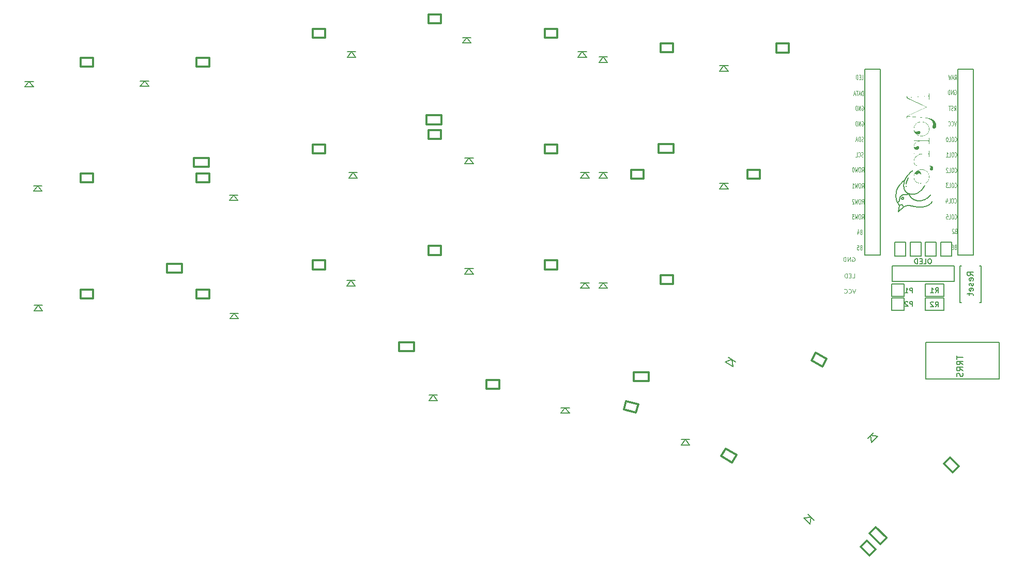
<source format=gbo>
G04 #@! TF.GenerationSoftware,KiCad,Pcbnew,(6.0.9)*
G04 #@! TF.CreationDate,2022-12-04T20:33:53+01:00*
G04 #@! TF.ProjectId,corne-cherry,636f726e-652d-4636-9865-7272792e6b69,2.1*
G04 #@! TF.SameCoordinates,Original*
G04 #@! TF.FileFunction,Legend,Bot*
G04 #@! TF.FilePolarity,Positive*
%FSLAX46Y46*%
G04 Gerber Fmt 4.6, Leading zero omitted, Abs format (unit mm)*
G04 Created by KiCad (PCBNEW (6.0.9)) date 2022-12-04 20:33:53*
%MOMM*%
%LPD*%
G01*
G04 APERTURE LIST*
%ADD10C,0.125000*%
%ADD11C,0.150000*%
%ADD12C,0.300000*%
%ADD13C,0.195791*%
G04 APERTURE END LIST*
D10*
X197800480Y-106142646D02*
X198133813Y-106142646D01*
X198133813Y-105442646D01*
X197567146Y-105775980D02*
X197333813Y-105775980D01*
X197233813Y-106142646D02*
X197567146Y-106142646D01*
X197567146Y-105442646D01*
X197233813Y-105442646D01*
X196933813Y-106142646D02*
X196933813Y-105442646D01*
X196767146Y-105442646D01*
X196667146Y-105475980D01*
X196600480Y-105542646D01*
X196567146Y-105609313D01*
X196533813Y-105742646D01*
X196533813Y-105842646D01*
X196567146Y-105975980D01*
X196600480Y-106042646D01*
X196667146Y-106109313D01*
X196767146Y-106142646D01*
X196933813Y-106142646D01*
X198283813Y-107942646D02*
X198050480Y-108642646D01*
X197817146Y-107942646D01*
X197183813Y-108575980D02*
X197217146Y-108609313D01*
X197317146Y-108642646D01*
X197383813Y-108642646D01*
X197483813Y-108609313D01*
X197550480Y-108542646D01*
X197583813Y-108475980D01*
X197617146Y-108342646D01*
X197617146Y-108242646D01*
X197583813Y-108109313D01*
X197550480Y-108042646D01*
X197483813Y-107975980D01*
X197383813Y-107942646D01*
X197317146Y-107942646D01*
X197217146Y-107975980D01*
X197183813Y-108009313D01*
X196483813Y-108575980D02*
X196517146Y-108609313D01*
X196617146Y-108642646D01*
X196683813Y-108642646D01*
X196783813Y-108609313D01*
X196850480Y-108542646D01*
X196883813Y-108475980D01*
X196917146Y-108342646D01*
X196917146Y-108242646D01*
X196883813Y-108109313D01*
X196850480Y-108042646D01*
X196783813Y-107975980D01*
X196683813Y-107942646D01*
X196617146Y-107942646D01*
X196517146Y-107975980D01*
X196483813Y-108009313D01*
X197783813Y-102775980D02*
X197850480Y-102742646D01*
X197950480Y-102742646D01*
X198050480Y-102775980D01*
X198117146Y-102842646D01*
X198150480Y-102909313D01*
X198183813Y-103042646D01*
X198183813Y-103142646D01*
X198150480Y-103275980D01*
X198117146Y-103342646D01*
X198050480Y-103409313D01*
X197950480Y-103442646D01*
X197883813Y-103442646D01*
X197783813Y-103409313D01*
X197750480Y-103375980D01*
X197750480Y-103142646D01*
X197883813Y-103142646D01*
X197450480Y-103442646D02*
X197450480Y-102742646D01*
X197050480Y-103442646D01*
X197050480Y-102742646D01*
X196717146Y-103442646D02*
X196717146Y-102742646D01*
X196550480Y-102742646D01*
X196450480Y-102775980D01*
X196383813Y-102842646D01*
X196350480Y-102909313D01*
X196317146Y-103042646D01*
X196317146Y-103142646D01*
X196350480Y-103275980D01*
X196383813Y-103342646D01*
X196450480Y-103409313D01*
X196550480Y-103442646D01*
X196717146Y-103442646D01*
D11*
X210538975Y-102988875D02*
X210384156Y-102988875D01*
X210306746Y-103027580D01*
X210229337Y-103104989D01*
X210190632Y-103259808D01*
X210190632Y-103530741D01*
X210229337Y-103685560D01*
X210306746Y-103762970D01*
X210384156Y-103801675D01*
X210538975Y-103801675D01*
X210616384Y-103762970D01*
X210693794Y-103685560D01*
X210732499Y-103530741D01*
X210732499Y-103259808D01*
X210693794Y-103104989D01*
X210616384Y-103027580D01*
X210538975Y-102988875D01*
X209455241Y-103801675D02*
X209842289Y-103801675D01*
X209842289Y-102988875D01*
X209184308Y-103375922D02*
X208913375Y-103375922D01*
X208797260Y-103801675D02*
X209184308Y-103801675D01*
X209184308Y-102988875D01*
X208797260Y-102988875D01*
X208448918Y-103801675D02*
X208448918Y-102988875D01*
X208255394Y-102988875D01*
X208139280Y-103027580D01*
X208061870Y-103104989D01*
X208023165Y-103182399D01*
X207984460Y-103337218D01*
X207984460Y-103453332D01*
X208023165Y-103608151D01*
X208061870Y-103685560D01*
X208139280Y-103762970D01*
X208255394Y-103801675D01*
X208448918Y-103801675D01*
D10*
X214719360Y-98458908D02*
X214647932Y-98494622D01*
X214624122Y-98530337D01*
X214600313Y-98601765D01*
X214600313Y-98708908D01*
X214624122Y-98780337D01*
X214647932Y-98816051D01*
X214695551Y-98851765D01*
X214886027Y-98851765D01*
X214886027Y-98101765D01*
X214719360Y-98101765D01*
X214671741Y-98137480D01*
X214647932Y-98173194D01*
X214624122Y-98244622D01*
X214624122Y-98316051D01*
X214647932Y-98387480D01*
X214671741Y-98423194D01*
X214719360Y-98458908D01*
X214886027Y-98458908D01*
X214409837Y-98173194D02*
X214386027Y-98137480D01*
X214338408Y-98101765D01*
X214219360Y-98101765D01*
X214171741Y-98137480D01*
X214147932Y-98173194D01*
X214124122Y-98244622D01*
X214124122Y-98316051D01*
X214147932Y-98423194D01*
X214433646Y-98851765D01*
X214124122Y-98851765D01*
X214544718Y-73578765D02*
X214711384Y-73221622D01*
X214830432Y-73578765D02*
X214830432Y-72828765D01*
X214639956Y-72828765D01*
X214592337Y-72864480D01*
X214568527Y-72900194D01*
X214544718Y-72971622D01*
X214544718Y-73078765D01*
X214568527Y-73150194D01*
X214592337Y-73185908D01*
X214639956Y-73221622D01*
X214830432Y-73221622D01*
X214354241Y-73364480D02*
X214116146Y-73364480D01*
X214401860Y-73578765D02*
X214235194Y-72828765D01*
X214068527Y-73578765D01*
X213949480Y-72828765D02*
X213830432Y-73578765D01*
X213735194Y-73043051D01*
X213639956Y-73578765D01*
X213520908Y-72828765D01*
X214802646Y-80448765D02*
X214635980Y-81198765D01*
X214469313Y-80448765D01*
X214016932Y-81127337D02*
X214040741Y-81163051D01*
X214112170Y-81198765D01*
X214159789Y-81198765D01*
X214231218Y-81163051D01*
X214278837Y-81091622D01*
X214302646Y-81020194D01*
X214326456Y-80877337D01*
X214326456Y-80770194D01*
X214302646Y-80627337D01*
X214278837Y-80555908D01*
X214231218Y-80484480D01*
X214159789Y-80448765D01*
X214112170Y-80448765D01*
X214040741Y-80484480D01*
X214016932Y-80520194D01*
X213516932Y-81127337D02*
X213540741Y-81163051D01*
X213612170Y-81198765D01*
X213659789Y-81198765D01*
X213731218Y-81163051D01*
X213778837Y-81091622D01*
X213802646Y-81020194D01*
X213826456Y-80877337D01*
X213826456Y-80770194D01*
X213802646Y-80627337D01*
X213778837Y-80555908D01*
X213731218Y-80484480D01*
X213659789Y-80448765D01*
X213612170Y-80448765D01*
X213540741Y-80484480D01*
X213516932Y-80520194D01*
X214556099Y-86207337D02*
X214579908Y-86243051D01*
X214651337Y-86278765D01*
X214698956Y-86278765D01*
X214770384Y-86243051D01*
X214818003Y-86171622D01*
X214841813Y-86100194D01*
X214865622Y-85957337D01*
X214865622Y-85850194D01*
X214841813Y-85707337D01*
X214818003Y-85635908D01*
X214770384Y-85564480D01*
X214698956Y-85528765D01*
X214651337Y-85528765D01*
X214579908Y-85564480D01*
X214556099Y-85600194D01*
X214246575Y-85528765D02*
X214151337Y-85528765D01*
X214103718Y-85564480D01*
X214056099Y-85635908D01*
X214032289Y-85778765D01*
X214032289Y-86028765D01*
X214056099Y-86171622D01*
X214103718Y-86243051D01*
X214151337Y-86278765D01*
X214246575Y-86278765D01*
X214294194Y-86243051D01*
X214341813Y-86171622D01*
X214365622Y-86028765D01*
X214365622Y-85778765D01*
X214341813Y-85635908D01*
X214294194Y-85564480D01*
X214246575Y-85528765D01*
X213579908Y-86278765D02*
X213818003Y-86278765D01*
X213818003Y-85528765D01*
X213151337Y-86278765D02*
X213437051Y-86278765D01*
X213294194Y-86278765D02*
X213294194Y-85528765D01*
X213341813Y-85635908D01*
X213389432Y-85707337D01*
X213437051Y-85743051D01*
X199566622Y-83703051D02*
X199495194Y-83738765D01*
X199376146Y-83738765D01*
X199328527Y-83703051D01*
X199304718Y-83667337D01*
X199280908Y-83595908D01*
X199280908Y-83524480D01*
X199304718Y-83453051D01*
X199328527Y-83417337D01*
X199376146Y-83381622D01*
X199471384Y-83345908D01*
X199519003Y-83310194D01*
X199542813Y-83274480D01*
X199566622Y-83203051D01*
X199566622Y-83131622D01*
X199542813Y-83060194D01*
X199519003Y-83024480D01*
X199471384Y-82988765D01*
X199352337Y-82988765D01*
X199280908Y-83024480D01*
X199066622Y-83738765D02*
X199066622Y-82988765D01*
X198947575Y-82988765D01*
X198876146Y-83024480D01*
X198828527Y-83095908D01*
X198804718Y-83167337D01*
X198780908Y-83310194D01*
X198780908Y-83417337D01*
X198804718Y-83560194D01*
X198828527Y-83631622D01*
X198876146Y-83703051D01*
X198947575Y-83738765D01*
X199066622Y-83738765D01*
X198590432Y-83524480D02*
X198352337Y-83524480D01*
X198638051Y-83738765D02*
X198471384Y-82988765D01*
X198304718Y-83738765D01*
X214556099Y-88751837D02*
X214579908Y-88787551D01*
X214651337Y-88823265D01*
X214698956Y-88823265D01*
X214770384Y-88787551D01*
X214818003Y-88716122D01*
X214841813Y-88644694D01*
X214865622Y-88501837D01*
X214865622Y-88394694D01*
X214841813Y-88251837D01*
X214818003Y-88180408D01*
X214770384Y-88108980D01*
X214698956Y-88073265D01*
X214651337Y-88073265D01*
X214579908Y-88108980D01*
X214556099Y-88144694D01*
X214246575Y-88073265D02*
X214151337Y-88073265D01*
X214103718Y-88108980D01*
X214056099Y-88180408D01*
X214032289Y-88323265D01*
X214032289Y-88573265D01*
X214056099Y-88716122D01*
X214103718Y-88787551D01*
X214151337Y-88823265D01*
X214246575Y-88823265D01*
X214294194Y-88787551D01*
X214341813Y-88716122D01*
X214365622Y-88573265D01*
X214365622Y-88323265D01*
X214341813Y-88180408D01*
X214294194Y-88108980D01*
X214246575Y-88073265D01*
X213579908Y-88823265D02*
X213818003Y-88823265D01*
X213818003Y-88073265D01*
X213437051Y-88144694D02*
X213413241Y-88108980D01*
X213365622Y-88073265D01*
X213246575Y-88073265D01*
X213198956Y-88108980D01*
X213175146Y-88144694D01*
X213151337Y-88216122D01*
X213151337Y-88287551D01*
X213175146Y-88394694D01*
X213460860Y-88823265D01*
X213151337Y-88823265D01*
X214506099Y-93763837D02*
X214529908Y-93799551D01*
X214601337Y-93835265D01*
X214648956Y-93835265D01*
X214720384Y-93799551D01*
X214768003Y-93728122D01*
X214791813Y-93656694D01*
X214815622Y-93513837D01*
X214815622Y-93406694D01*
X214791813Y-93263837D01*
X214768003Y-93192408D01*
X214720384Y-93120980D01*
X214648956Y-93085265D01*
X214601337Y-93085265D01*
X214529908Y-93120980D01*
X214506099Y-93156694D01*
X214196575Y-93085265D02*
X214101337Y-93085265D01*
X214053718Y-93120980D01*
X214006099Y-93192408D01*
X213982289Y-93335265D01*
X213982289Y-93585265D01*
X214006099Y-93728122D01*
X214053718Y-93799551D01*
X214101337Y-93835265D01*
X214196575Y-93835265D01*
X214244194Y-93799551D01*
X214291813Y-93728122D01*
X214315622Y-93585265D01*
X214315622Y-93335265D01*
X214291813Y-93192408D01*
X214244194Y-93120980D01*
X214196575Y-93085265D01*
X213529908Y-93835265D02*
X213768003Y-93835265D01*
X213768003Y-93085265D01*
X213148956Y-93335265D02*
X213148956Y-93835265D01*
X213268003Y-93049551D02*
X213387051Y-93585265D01*
X213077527Y-93585265D01*
X199340432Y-80484480D02*
X199388051Y-80448765D01*
X199459480Y-80448765D01*
X199530908Y-80484480D01*
X199578527Y-80555908D01*
X199602337Y-80627337D01*
X199626146Y-80770194D01*
X199626146Y-80877337D01*
X199602337Y-81020194D01*
X199578527Y-81091622D01*
X199530908Y-81163051D01*
X199459480Y-81198765D01*
X199411860Y-81198765D01*
X199340432Y-81163051D01*
X199316622Y-81127337D01*
X199316622Y-80877337D01*
X199411860Y-80877337D01*
X199102337Y-81198765D02*
X199102337Y-80448765D01*
X198816622Y-81198765D01*
X198816622Y-80448765D01*
X198578527Y-81198765D02*
X198578527Y-80448765D01*
X198459480Y-80448765D01*
X198388051Y-80484480D01*
X198340432Y-80555908D01*
X198316622Y-80627337D01*
X198292813Y-80770194D01*
X198292813Y-80877337D01*
X198316622Y-81020194D01*
X198340432Y-81091622D01*
X198388051Y-81163051D01*
X198459480Y-81198765D01*
X198578527Y-81198765D01*
X214556099Y-91251837D02*
X214579908Y-91287551D01*
X214651337Y-91323265D01*
X214698956Y-91323265D01*
X214770384Y-91287551D01*
X214818003Y-91216122D01*
X214841813Y-91144694D01*
X214865622Y-91001837D01*
X214865622Y-90894694D01*
X214841813Y-90751837D01*
X214818003Y-90680408D01*
X214770384Y-90608980D01*
X214698956Y-90573265D01*
X214651337Y-90573265D01*
X214579908Y-90608980D01*
X214556099Y-90644694D01*
X214246575Y-90573265D02*
X214151337Y-90573265D01*
X214103718Y-90608980D01*
X214056099Y-90680408D01*
X214032289Y-90823265D01*
X214032289Y-91073265D01*
X214056099Y-91216122D01*
X214103718Y-91287551D01*
X214151337Y-91323265D01*
X214246575Y-91323265D01*
X214294194Y-91287551D01*
X214341813Y-91216122D01*
X214365622Y-91073265D01*
X214365622Y-90823265D01*
X214341813Y-90680408D01*
X214294194Y-90608980D01*
X214246575Y-90573265D01*
X213579908Y-91323265D02*
X213818003Y-91323265D01*
X213818003Y-90573265D01*
X213460860Y-90573265D02*
X213151337Y-90573265D01*
X213318003Y-90858980D01*
X213246575Y-90858980D01*
X213198956Y-90894694D01*
X213175146Y-90930408D01*
X213151337Y-91001837D01*
X213151337Y-91180408D01*
X213175146Y-91251837D01*
X213198956Y-91287551D01*
X213246575Y-91323265D01*
X213389432Y-91323265D01*
X213437051Y-91287551D01*
X213460860Y-91251837D01*
X199340432Y-77944480D02*
X199388051Y-77908765D01*
X199459480Y-77908765D01*
X199530908Y-77944480D01*
X199578527Y-78015908D01*
X199602337Y-78087337D01*
X199626146Y-78230194D01*
X199626146Y-78337337D01*
X199602337Y-78480194D01*
X199578527Y-78551622D01*
X199530908Y-78623051D01*
X199459480Y-78658765D01*
X199411860Y-78658765D01*
X199340432Y-78623051D01*
X199316622Y-78587337D01*
X199316622Y-78337337D01*
X199411860Y-78337337D01*
X199102337Y-78658765D02*
X199102337Y-77908765D01*
X198816622Y-78658765D01*
X198816622Y-77908765D01*
X198578527Y-78658765D02*
X198578527Y-77908765D01*
X198459480Y-77908765D01*
X198388051Y-77944480D01*
X198340432Y-78015908D01*
X198316622Y-78087337D01*
X198292813Y-78230194D01*
X198292813Y-78337337D01*
X198316622Y-78480194D01*
X198340432Y-78551622D01*
X198388051Y-78623051D01*
X198459480Y-78658765D01*
X198578527Y-78658765D01*
X199339432Y-88755265D02*
X199506099Y-88398122D01*
X199625146Y-88755265D02*
X199625146Y-88005265D01*
X199434670Y-88005265D01*
X199387051Y-88040980D01*
X199363241Y-88076694D01*
X199339432Y-88148122D01*
X199339432Y-88255265D01*
X199363241Y-88326694D01*
X199387051Y-88362408D01*
X199434670Y-88398122D01*
X199625146Y-88398122D01*
X199029908Y-88005265D02*
X198934670Y-88005265D01*
X198887051Y-88040980D01*
X198839432Y-88112408D01*
X198815622Y-88255265D01*
X198815622Y-88505265D01*
X198839432Y-88648122D01*
X198887051Y-88719551D01*
X198934670Y-88755265D01*
X199029908Y-88755265D01*
X199077527Y-88719551D01*
X199125146Y-88648122D01*
X199148956Y-88505265D01*
X199148956Y-88255265D01*
X199125146Y-88112408D01*
X199077527Y-88040980D01*
X199029908Y-88005265D01*
X198648956Y-88005265D02*
X198529908Y-88755265D01*
X198434670Y-88219551D01*
X198339432Y-88755265D01*
X198220384Y-88005265D01*
X197934670Y-88005265D02*
X197887051Y-88005265D01*
X197839432Y-88040980D01*
X197815622Y-88076694D01*
X197791813Y-88148122D01*
X197768003Y-88290980D01*
X197768003Y-88469551D01*
X197791813Y-88612408D01*
X197815622Y-88683837D01*
X197839432Y-88719551D01*
X197887051Y-88755265D01*
X197934670Y-88755265D01*
X197982289Y-88719551D01*
X198006099Y-88683837D01*
X198029908Y-88612408D01*
X198053718Y-88469551D01*
X198053718Y-88290980D01*
X198029908Y-88148122D01*
X198006099Y-88076694D01*
X197982289Y-88040980D01*
X197934670Y-88005265D01*
X199558480Y-76223265D02*
X199558480Y-75473265D01*
X199439432Y-75473265D01*
X199368003Y-75508980D01*
X199320384Y-75580408D01*
X199296575Y-75651837D01*
X199272765Y-75794694D01*
X199272765Y-75901837D01*
X199296575Y-76044694D01*
X199320384Y-76116122D01*
X199368003Y-76187551D01*
X199439432Y-76223265D01*
X199558480Y-76223265D01*
X199082289Y-76008980D02*
X198844194Y-76008980D01*
X199129908Y-76223265D02*
X198963241Y-75473265D01*
X198796575Y-76223265D01*
X198701337Y-75473265D02*
X198415622Y-75473265D01*
X198558480Y-76223265D02*
X198558480Y-75473265D01*
X198272765Y-76008980D02*
X198034670Y-76008980D01*
X198320384Y-76223265D02*
X198153718Y-75473265D01*
X197987051Y-76223265D01*
X214655860Y-101062408D02*
X214584432Y-101098122D01*
X214560622Y-101133837D01*
X214536813Y-101205265D01*
X214536813Y-101312408D01*
X214560622Y-101383837D01*
X214584432Y-101419551D01*
X214632051Y-101455265D01*
X214822527Y-101455265D01*
X214822527Y-100705265D01*
X214655860Y-100705265D01*
X214608241Y-100740980D01*
X214584432Y-100776694D01*
X214560622Y-100848122D01*
X214560622Y-100919551D01*
X214584432Y-100990980D01*
X214608241Y-101026694D01*
X214655860Y-101062408D01*
X214822527Y-101062408D01*
X214108241Y-100705265D02*
X214203480Y-100705265D01*
X214251099Y-100740980D01*
X214274908Y-100776694D01*
X214322527Y-100883837D01*
X214346337Y-101026694D01*
X214346337Y-101312408D01*
X214322527Y-101383837D01*
X214298718Y-101419551D01*
X214251099Y-101455265D01*
X214155860Y-101455265D01*
X214108241Y-101419551D01*
X214084432Y-101383837D01*
X214060622Y-101312408D01*
X214060622Y-101133837D01*
X214084432Y-101062408D01*
X214108241Y-101026694D01*
X214155860Y-100990980D01*
X214251099Y-100990980D01*
X214298718Y-101026694D01*
X214322527Y-101062408D01*
X214346337Y-101133837D01*
X214473289Y-78658765D02*
X214639956Y-78301622D01*
X214759003Y-78658765D02*
X214759003Y-77908765D01*
X214568527Y-77908765D01*
X214520908Y-77944480D01*
X214497099Y-77980194D01*
X214473289Y-78051622D01*
X214473289Y-78158765D01*
X214497099Y-78230194D01*
X214520908Y-78265908D01*
X214568527Y-78301622D01*
X214759003Y-78301622D01*
X214282813Y-78623051D02*
X214211384Y-78658765D01*
X214092337Y-78658765D01*
X214044718Y-78623051D01*
X214020908Y-78587337D01*
X213997099Y-78515908D01*
X213997099Y-78444480D01*
X214020908Y-78373051D01*
X214044718Y-78337337D01*
X214092337Y-78301622D01*
X214187575Y-78265908D01*
X214235194Y-78230194D01*
X214259003Y-78194480D01*
X214282813Y-78123051D01*
X214282813Y-78051622D01*
X214259003Y-77980194D01*
X214235194Y-77944480D01*
X214187575Y-77908765D01*
X214068527Y-77908765D01*
X213997099Y-77944480D01*
X213854241Y-77908765D02*
X213568527Y-77908765D01*
X213711384Y-78658765D02*
X213711384Y-77908765D01*
X214516932Y-75340980D02*
X214564551Y-75305265D01*
X214635980Y-75305265D01*
X214707408Y-75340980D01*
X214755027Y-75412408D01*
X214778837Y-75483837D01*
X214802646Y-75626694D01*
X214802646Y-75733837D01*
X214778837Y-75876694D01*
X214755027Y-75948122D01*
X214707408Y-76019551D01*
X214635980Y-76055265D01*
X214588360Y-76055265D01*
X214516932Y-76019551D01*
X214493122Y-75983837D01*
X214493122Y-75733837D01*
X214588360Y-75733837D01*
X214278837Y-76055265D02*
X214278837Y-75305265D01*
X213993122Y-76055265D01*
X213993122Y-75305265D01*
X213755027Y-76055265D02*
X213755027Y-75305265D01*
X213635980Y-75305265D01*
X213564551Y-75340980D01*
X213516932Y-75412408D01*
X213493122Y-75483837D01*
X213469313Y-75626694D01*
X213469313Y-75733837D01*
X213493122Y-75876694D01*
X213516932Y-75948122D01*
X213564551Y-76019551D01*
X213635980Y-76055265D01*
X213755027Y-76055265D01*
X199161860Y-101125908D02*
X199090432Y-101161622D01*
X199066622Y-101197337D01*
X199042813Y-101268765D01*
X199042813Y-101375908D01*
X199066622Y-101447337D01*
X199090432Y-101483051D01*
X199138051Y-101518765D01*
X199328527Y-101518765D01*
X199328527Y-100768765D01*
X199161860Y-100768765D01*
X199114241Y-100804480D01*
X199090432Y-100840194D01*
X199066622Y-100911622D01*
X199066622Y-100983051D01*
X199090432Y-101054480D01*
X199114241Y-101090194D01*
X199161860Y-101125908D01*
X199328527Y-101125908D01*
X198590432Y-100768765D02*
X198828527Y-100768765D01*
X198852337Y-101125908D01*
X198828527Y-101090194D01*
X198780908Y-101054480D01*
X198661860Y-101054480D01*
X198614241Y-101090194D01*
X198590432Y-101125908D01*
X198566622Y-101197337D01*
X198566622Y-101375908D01*
X198590432Y-101447337D01*
X198614241Y-101483051D01*
X198661860Y-101518765D01*
X198780908Y-101518765D01*
X198828527Y-101483051D01*
X198852337Y-101447337D01*
X199161860Y-98585908D02*
X199090432Y-98621622D01*
X199066622Y-98657337D01*
X199042813Y-98728765D01*
X199042813Y-98835908D01*
X199066622Y-98907337D01*
X199090432Y-98943051D01*
X199138051Y-98978765D01*
X199328527Y-98978765D01*
X199328527Y-98228765D01*
X199161860Y-98228765D01*
X199114241Y-98264480D01*
X199090432Y-98300194D01*
X199066622Y-98371622D01*
X199066622Y-98443051D01*
X199090432Y-98514480D01*
X199114241Y-98550194D01*
X199161860Y-98585908D01*
X199328527Y-98585908D01*
X198614241Y-98478765D02*
X198614241Y-98978765D01*
X198733289Y-98193051D02*
X198852337Y-98728765D01*
X198542813Y-98728765D01*
X214556099Y-83701837D02*
X214579908Y-83737551D01*
X214651337Y-83773265D01*
X214698956Y-83773265D01*
X214770384Y-83737551D01*
X214818003Y-83666122D01*
X214841813Y-83594694D01*
X214865622Y-83451837D01*
X214865622Y-83344694D01*
X214841813Y-83201837D01*
X214818003Y-83130408D01*
X214770384Y-83058980D01*
X214698956Y-83023265D01*
X214651337Y-83023265D01*
X214579908Y-83058980D01*
X214556099Y-83094694D01*
X214246575Y-83023265D02*
X214151337Y-83023265D01*
X214103718Y-83058980D01*
X214056099Y-83130408D01*
X214032289Y-83273265D01*
X214032289Y-83523265D01*
X214056099Y-83666122D01*
X214103718Y-83737551D01*
X214151337Y-83773265D01*
X214246575Y-83773265D01*
X214294194Y-83737551D01*
X214341813Y-83666122D01*
X214365622Y-83523265D01*
X214365622Y-83273265D01*
X214341813Y-83130408D01*
X214294194Y-83058980D01*
X214246575Y-83023265D01*
X213579908Y-83773265D02*
X213818003Y-83773265D01*
X213818003Y-83023265D01*
X213318003Y-83023265D02*
X213270384Y-83023265D01*
X213222765Y-83058980D01*
X213198956Y-83094694D01*
X213175146Y-83166122D01*
X213151337Y-83308980D01*
X213151337Y-83487551D01*
X213175146Y-83630408D01*
X213198956Y-83701837D01*
X213222765Y-83737551D01*
X213270384Y-83773265D01*
X213318003Y-83773265D01*
X213365622Y-83737551D01*
X213389432Y-83701837D01*
X213413241Y-83630408D01*
X213437051Y-83487551D01*
X213437051Y-83308980D01*
X213413241Y-83166122D01*
X213389432Y-83094694D01*
X213365622Y-83058980D01*
X213318003Y-83023265D01*
X199339432Y-91358765D02*
X199506099Y-91001622D01*
X199625146Y-91358765D02*
X199625146Y-90608765D01*
X199434670Y-90608765D01*
X199387051Y-90644480D01*
X199363241Y-90680194D01*
X199339432Y-90751622D01*
X199339432Y-90858765D01*
X199363241Y-90930194D01*
X199387051Y-90965908D01*
X199434670Y-91001622D01*
X199625146Y-91001622D01*
X199029908Y-90608765D02*
X198934670Y-90608765D01*
X198887051Y-90644480D01*
X198839432Y-90715908D01*
X198815622Y-90858765D01*
X198815622Y-91108765D01*
X198839432Y-91251622D01*
X198887051Y-91323051D01*
X198934670Y-91358765D01*
X199029908Y-91358765D01*
X199077527Y-91323051D01*
X199125146Y-91251622D01*
X199148956Y-91108765D01*
X199148956Y-90858765D01*
X199125146Y-90715908D01*
X199077527Y-90644480D01*
X199029908Y-90608765D01*
X198648956Y-90608765D02*
X198529908Y-91358765D01*
X198434670Y-90823051D01*
X198339432Y-91358765D01*
X198220384Y-90608765D01*
X197768003Y-91358765D02*
X198053718Y-91358765D01*
X197910860Y-91358765D02*
X197910860Y-90608765D01*
X197958480Y-90715908D01*
X198006099Y-90787337D01*
X198053718Y-90823051D01*
X199339432Y-96473265D02*
X199506099Y-96116122D01*
X199625146Y-96473265D02*
X199625146Y-95723265D01*
X199434670Y-95723265D01*
X199387051Y-95758980D01*
X199363241Y-95794694D01*
X199339432Y-95866122D01*
X199339432Y-95973265D01*
X199363241Y-96044694D01*
X199387051Y-96080408D01*
X199434670Y-96116122D01*
X199625146Y-96116122D01*
X199029908Y-95723265D02*
X198934670Y-95723265D01*
X198887051Y-95758980D01*
X198839432Y-95830408D01*
X198815622Y-95973265D01*
X198815622Y-96223265D01*
X198839432Y-96366122D01*
X198887051Y-96437551D01*
X198934670Y-96473265D01*
X199029908Y-96473265D01*
X199077527Y-96437551D01*
X199125146Y-96366122D01*
X199148956Y-96223265D01*
X199148956Y-95973265D01*
X199125146Y-95830408D01*
X199077527Y-95758980D01*
X199029908Y-95723265D01*
X198648956Y-95723265D02*
X198529908Y-96473265D01*
X198434670Y-95937551D01*
X198339432Y-96473265D01*
X198220384Y-95723265D01*
X198077527Y-95723265D02*
X197768003Y-95723265D01*
X197934670Y-96008980D01*
X197863241Y-96008980D01*
X197815622Y-96044694D01*
X197791813Y-96080408D01*
X197768003Y-96151837D01*
X197768003Y-96330408D01*
X197791813Y-96401837D01*
X197815622Y-96437551D01*
X197863241Y-96473265D01*
X198006099Y-96473265D01*
X198053718Y-96437551D01*
X198077527Y-96401837D01*
X214556099Y-96401837D02*
X214579908Y-96437551D01*
X214651337Y-96473265D01*
X214698956Y-96473265D01*
X214770384Y-96437551D01*
X214818003Y-96366122D01*
X214841813Y-96294694D01*
X214865622Y-96151837D01*
X214865622Y-96044694D01*
X214841813Y-95901837D01*
X214818003Y-95830408D01*
X214770384Y-95758980D01*
X214698956Y-95723265D01*
X214651337Y-95723265D01*
X214579908Y-95758980D01*
X214556099Y-95794694D01*
X214246575Y-95723265D02*
X214151337Y-95723265D01*
X214103718Y-95758980D01*
X214056099Y-95830408D01*
X214032289Y-95973265D01*
X214032289Y-96223265D01*
X214056099Y-96366122D01*
X214103718Y-96437551D01*
X214151337Y-96473265D01*
X214246575Y-96473265D01*
X214294194Y-96437551D01*
X214341813Y-96366122D01*
X214365622Y-96223265D01*
X214365622Y-95973265D01*
X214341813Y-95830408D01*
X214294194Y-95758980D01*
X214246575Y-95723265D01*
X213579908Y-96473265D02*
X213818003Y-96473265D01*
X213818003Y-95723265D01*
X213175146Y-95723265D02*
X213413241Y-95723265D01*
X213437051Y-96080408D01*
X213413241Y-96044694D01*
X213365622Y-96008980D01*
X213246575Y-96008980D01*
X213198956Y-96044694D01*
X213175146Y-96080408D01*
X213151337Y-96151837D01*
X213151337Y-96330408D01*
X213175146Y-96401837D01*
X213198956Y-96437551D01*
X213246575Y-96473265D01*
X213365622Y-96473265D01*
X213413241Y-96437551D01*
X213437051Y-96401837D01*
X199554718Y-86243051D02*
X199483289Y-86278765D01*
X199364241Y-86278765D01*
X199316622Y-86243051D01*
X199292813Y-86207337D01*
X199269003Y-86135908D01*
X199269003Y-86064480D01*
X199292813Y-85993051D01*
X199316622Y-85957337D01*
X199364241Y-85921622D01*
X199459480Y-85885908D01*
X199507099Y-85850194D01*
X199530908Y-85814480D01*
X199554718Y-85743051D01*
X199554718Y-85671622D01*
X199530908Y-85600194D01*
X199507099Y-85564480D01*
X199459480Y-85528765D01*
X199340432Y-85528765D01*
X199269003Y-85564480D01*
X198769003Y-86207337D02*
X198792813Y-86243051D01*
X198864241Y-86278765D01*
X198911860Y-86278765D01*
X198983289Y-86243051D01*
X199030908Y-86171622D01*
X199054718Y-86100194D01*
X199078527Y-85957337D01*
X199078527Y-85850194D01*
X199054718Y-85707337D01*
X199030908Y-85635908D01*
X198983289Y-85564480D01*
X198911860Y-85528765D01*
X198864241Y-85528765D01*
X198792813Y-85564480D01*
X198769003Y-85600194D01*
X198316622Y-86278765D02*
X198554718Y-86278765D01*
X198554718Y-85528765D01*
X199339432Y-93962265D02*
X199506099Y-93605122D01*
X199625146Y-93962265D02*
X199625146Y-93212265D01*
X199434670Y-93212265D01*
X199387051Y-93247980D01*
X199363241Y-93283694D01*
X199339432Y-93355122D01*
X199339432Y-93462265D01*
X199363241Y-93533694D01*
X199387051Y-93569408D01*
X199434670Y-93605122D01*
X199625146Y-93605122D01*
X199029908Y-93212265D02*
X198934670Y-93212265D01*
X198887051Y-93247980D01*
X198839432Y-93319408D01*
X198815622Y-93462265D01*
X198815622Y-93712265D01*
X198839432Y-93855122D01*
X198887051Y-93926551D01*
X198934670Y-93962265D01*
X199029908Y-93962265D01*
X199077527Y-93926551D01*
X199125146Y-93855122D01*
X199148956Y-93712265D01*
X199148956Y-93462265D01*
X199125146Y-93319408D01*
X199077527Y-93247980D01*
X199029908Y-93212265D01*
X198648956Y-93212265D02*
X198529908Y-93962265D01*
X198434670Y-93426551D01*
X198339432Y-93962265D01*
X198220384Y-93212265D01*
X198053718Y-93283694D02*
X198029908Y-93247980D01*
X197982289Y-93212265D01*
X197863241Y-93212265D01*
X197815622Y-93247980D01*
X197791813Y-93283694D01*
X197768003Y-93355122D01*
X197768003Y-93426551D01*
X197791813Y-93533694D01*
X198077527Y-93962265D01*
X197768003Y-93962265D01*
D11*
D10*
X199280908Y-73578765D02*
X199519003Y-73578765D01*
X199519003Y-72828765D01*
X199114241Y-73185908D02*
X198947575Y-73185908D01*
X198876146Y-73578765D02*
X199114241Y-73578765D01*
X199114241Y-72828765D01*
X198876146Y-72828765D01*
X198661860Y-73578765D02*
X198661860Y-72828765D01*
X198542813Y-72828765D01*
X198471384Y-72864480D01*
X198423765Y-72935908D01*
X198399956Y-73007337D01*
X198376146Y-73150194D01*
X198376146Y-73257337D01*
X198399956Y-73400194D01*
X198423765Y-73471622D01*
X198471384Y-73543051D01*
X198542813Y-73578765D01*
X198661860Y-73578765D01*
D11*
X214889360Y-118888575D02*
X214889360Y-119460003D01*
X215889360Y-119174289D02*
X214889360Y-119174289D01*
X215889360Y-120364765D02*
X215413170Y-120031432D01*
X215889360Y-119793337D02*
X214889360Y-119793337D01*
X214889360Y-120174289D01*
X214936980Y-120269527D01*
X214984599Y-120317146D01*
X215079837Y-120364765D01*
X215222694Y-120364765D01*
X215317932Y-120317146D01*
X215365551Y-120269527D01*
X215413170Y-120174289D01*
X215413170Y-119793337D01*
X215889360Y-121364765D02*
X215413170Y-121031432D01*
X215889360Y-120793337D02*
X214889360Y-120793337D01*
X214889360Y-121174289D01*
X214936980Y-121269527D01*
X214984599Y-121317146D01*
X215079837Y-121364765D01*
X215222694Y-121364765D01*
X215317932Y-121317146D01*
X215365551Y-121269527D01*
X215413170Y-121174289D01*
X215413170Y-120793337D01*
X215841741Y-121745718D02*
X215889360Y-121888575D01*
X215889360Y-122126670D01*
X215841741Y-122221908D01*
X215794122Y-122269527D01*
X215698884Y-122317146D01*
X215603646Y-122317146D01*
X215508408Y-122269527D01*
X215460789Y-122221908D01*
X215413170Y-122126670D01*
X215365551Y-121936194D01*
X215317932Y-121840956D01*
X215270313Y-121793337D01*
X215175075Y-121745718D01*
X215079837Y-121745718D01*
X214984599Y-121793337D01*
X214936980Y-121840956D01*
X214889360Y-121936194D01*
X214889360Y-122174289D01*
X214936980Y-122317146D01*
X217610860Y-105768884D02*
X217134670Y-105435551D01*
X217610860Y-105197456D02*
X216610860Y-105197456D01*
X216610860Y-105578408D01*
X216658480Y-105673646D01*
X216706099Y-105721265D01*
X216801337Y-105768884D01*
X216944194Y-105768884D01*
X217039432Y-105721265D01*
X217087051Y-105673646D01*
X217134670Y-105578408D01*
X217134670Y-105197456D01*
X217563241Y-106578408D02*
X217610860Y-106483170D01*
X217610860Y-106292694D01*
X217563241Y-106197456D01*
X217468003Y-106149837D01*
X217087051Y-106149837D01*
X216991813Y-106197456D01*
X216944194Y-106292694D01*
X216944194Y-106483170D01*
X216991813Y-106578408D01*
X217087051Y-106626027D01*
X217182289Y-106626027D01*
X217277527Y-106149837D01*
X217563241Y-107006980D02*
X217610860Y-107102218D01*
X217610860Y-107292694D01*
X217563241Y-107387932D01*
X217468003Y-107435551D01*
X217420384Y-107435551D01*
X217325146Y-107387932D01*
X217277527Y-107292694D01*
X217277527Y-107149837D01*
X217229908Y-107054599D01*
X217134670Y-107006980D01*
X217087051Y-107006980D01*
X216991813Y-107054599D01*
X216944194Y-107149837D01*
X216944194Y-107292694D01*
X216991813Y-107387932D01*
X217563241Y-108245075D02*
X217610860Y-108149837D01*
X217610860Y-107959360D01*
X217563241Y-107864122D01*
X217468003Y-107816503D01*
X217087051Y-107816503D01*
X216991813Y-107864122D01*
X216944194Y-107959360D01*
X216944194Y-108149837D01*
X216991813Y-108245075D01*
X217087051Y-108292694D01*
X217182289Y-108292694D01*
X217277527Y-107816503D01*
X216944194Y-108578408D02*
X216944194Y-108959360D01*
X216610860Y-108721265D02*
X217468003Y-108721265D01*
X217563241Y-108768884D01*
X217610860Y-108864122D01*
X217610860Y-108959360D01*
X211393946Y-110865175D02*
X211664880Y-110478127D01*
X211858403Y-110865175D02*
X211858403Y-110052375D01*
X211548765Y-110052375D01*
X211471356Y-110091080D01*
X211432651Y-110129784D01*
X211393946Y-110207194D01*
X211393946Y-110323308D01*
X211432651Y-110400718D01*
X211471356Y-110439422D01*
X211548765Y-110478127D01*
X211858403Y-110478127D01*
X211084308Y-110129784D02*
X211045603Y-110091080D01*
X210968194Y-110052375D01*
X210774670Y-110052375D01*
X210697260Y-110091080D01*
X210658556Y-110129784D01*
X210619851Y-110207194D01*
X210619851Y-110284603D01*
X210658556Y-110400718D01*
X211123013Y-110865175D01*
X210619851Y-110865175D01*
X211393946Y-108565175D02*
X211664880Y-108178127D01*
X211858403Y-108565175D02*
X211858403Y-107752375D01*
X211548765Y-107752375D01*
X211471356Y-107791080D01*
X211432651Y-107829784D01*
X211393946Y-107907194D01*
X211393946Y-108023308D01*
X211432651Y-108100718D01*
X211471356Y-108139422D01*
X211548765Y-108178127D01*
X211858403Y-108178127D01*
X210619851Y-108565175D02*
X211084308Y-108565175D01*
X210852080Y-108565175D02*
X210852080Y-107752375D01*
X210929489Y-107868489D01*
X211006899Y-107945899D01*
X211084308Y-107984603D01*
X207658403Y-108601675D02*
X207658403Y-107788875D01*
X207348765Y-107788875D01*
X207271356Y-107827580D01*
X207232651Y-107866284D01*
X207193946Y-107943694D01*
X207193946Y-108059808D01*
X207232651Y-108137218D01*
X207271356Y-108175922D01*
X207348765Y-108214627D01*
X207658403Y-108214627D01*
X206419851Y-108601675D02*
X206884308Y-108601675D01*
X206652080Y-108601675D02*
X206652080Y-107788875D01*
X206729489Y-107904989D01*
X206806899Y-107982399D01*
X206884308Y-108021103D01*
X207658403Y-110801675D02*
X207658403Y-109988875D01*
X207348765Y-109988875D01*
X207271356Y-110027580D01*
X207232651Y-110066284D01*
X207193946Y-110143694D01*
X207193946Y-110259808D01*
X207232651Y-110337218D01*
X207271356Y-110375922D01*
X207348765Y-110414627D01*
X207658403Y-110414627D01*
X206884308Y-110066284D02*
X206845603Y-110027580D01*
X206768194Y-109988875D01*
X206574670Y-109988875D01*
X206497260Y-110027580D01*
X206458556Y-110066284D01*
X206419851Y-110143694D01*
X206419851Y-110221103D01*
X206458556Y-110337218D01*
X206923013Y-110801675D01*
X206419851Y-110801675D01*
X63650480Y-73925980D02*
X62250480Y-73925980D01*
X62950480Y-73925980D02*
X63650480Y-74825980D01*
X62250480Y-74825980D02*
X62950480Y-73925980D01*
X63650480Y-74825980D02*
X62250480Y-74825980D01*
X81150480Y-74725980D02*
X81850480Y-73825980D01*
X82550480Y-74725980D02*
X81150480Y-74725980D01*
X81850480Y-73825980D02*
X82550480Y-74725980D01*
X82550480Y-73825980D02*
X81150480Y-73825980D01*
X115750480Y-69025980D02*
X116450480Y-69925980D01*
X115050480Y-69925980D02*
X115750480Y-69025980D01*
X116450480Y-69925980D02*
X115050480Y-69925980D01*
X116450480Y-69025980D02*
X115050480Y-69025980D01*
X135350480Y-67625980D02*
X133950480Y-67625980D01*
X135350480Y-66725980D02*
X133950480Y-66725980D01*
X134650480Y-66725980D02*
X135350480Y-67625980D01*
X133950480Y-67625980D02*
X134650480Y-66725980D01*
X154250480Y-69925980D02*
X152850480Y-69925980D01*
X154250480Y-69025980D02*
X152850480Y-69025980D01*
X152850480Y-69925980D02*
X153550480Y-69025980D01*
X153550480Y-69025980D02*
X154250480Y-69925980D01*
X157700000Y-70775000D02*
X156300000Y-70775000D01*
X156300000Y-70775000D02*
X157000000Y-69875000D01*
X157700000Y-69875000D02*
X156300000Y-69875000D01*
X157000000Y-69875000D02*
X157700000Y-70775000D01*
X65050480Y-91025980D02*
X63650480Y-91025980D01*
X63650480Y-91925980D02*
X64350480Y-91025980D01*
X65050480Y-91925980D02*
X63650480Y-91925980D01*
X64350480Y-91025980D02*
X65050480Y-91925980D01*
X97150480Y-93425980D02*
X95750480Y-93425980D01*
X96450480Y-92525980D02*
X97150480Y-93425980D01*
X95750480Y-93425980D02*
X96450480Y-92525980D01*
X97150480Y-92525980D02*
X95750480Y-92525980D01*
X116700000Y-88875000D02*
X115300000Y-88875000D01*
X115300000Y-89775000D02*
X116000000Y-88875000D01*
X116000000Y-88875000D02*
X116700000Y-89775000D01*
X116700000Y-89775000D02*
X115300000Y-89775000D01*
X135700000Y-86500000D02*
X134300000Y-86500000D01*
X135000000Y-86500000D02*
X135700000Y-87400000D01*
X134300000Y-87400000D02*
X135000000Y-86500000D01*
X135700000Y-87400000D02*
X134300000Y-87400000D01*
X154700000Y-88875000D02*
X153300000Y-88875000D01*
X153300000Y-89775000D02*
X154000000Y-88875000D01*
X154700000Y-89775000D02*
X153300000Y-89775000D01*
X154000000Y-88875000D02*
X154700000Y-89775000D01*
X156300000Y-89775000D02*
X157000000Y-88875000D01*
X157700000Y-88875000D02*
X156300000Y-88875000D01*
X157700000Y-89775000D02*
X156300000Y-89775000D01*
X157000000Y-88875000D02*
X157700000Y-89775000D01*
X64450480Y-110625980D02*
X65150480Y-111525980D01*
X65150480Y-110625980D02*
X63750480Y-110625980D01*
X65150480Y-111525980D02*
X63750480Y-111525980D01*
X63750480Y-111525980D02*
X64450480Y-110625980D01*
X97250480Y-111925980D02*
X95850480Y-111925980D01*
X96550480Y-111925980D02*
X97250480Y-112825980D01*
X97250480Y-112825980D02*
X95850480Y-112825980D01*
X95850480Y-112825980D02*
X96550480Y-111925980D01*
X114950480Y-107425980D02*
X115650480Y-106525980D01*
X116350480Y-106525980D02*
X114950480Y-106525980D01*
X115650480Y-106525980D02*
X116350480Y-107425980D01*
X116350480Y-107425980D02*
X114950480Y-107425980D01*
X135000000Y-104625980D02*
X135700000Y-105525980D01*
X135700000Y-104625980D02*
X134300000Y-104625980D01*
X134300000Y-105525980D02*
X135000000Y-104625980D01*
X135700000Y-105525980D02*
X134300000Y-105525980D01*
X154000000Y-106925980D02*
X154700000Y-107825980D01*
X154700000Y-106925980D02*
X153300000Y-106925980D01*
X154700000Y-107825980D02*
X153300000Y-107825980D01*
X153300000Y-107825980D02*
X154000000Y-106925980D01*
X156300000Y-107825980D02*
X157000000Y-106925980D01*
X157700000Y-107825980D02*
X156300000Y-107825980D01*
X157000000Y-106925980D02*
X157700000Y-107825980D01*
X157700000Y-106925980D02*
X156300000Y-106925980D01*
X129150480Y-125325980D02*
X129850480Y-126225980D01*
X128450480Y-126225980D02*
X129150480Y-125325980D01*
X129850480Y-125325980D02*
X128450480Y-125325980D01*
X129850480Y-126225980D02*
X128450480Y-126225980D01*
X151450480Y-128325980D02*
X150050480Y-128325980D01*
X151450480Y-127425980D02*
X150050480Y-127425980D01*
X150750480Y-127425980D02*
X151450480Y-128325980D01*
X150050480Y-128325980D02*
X150750480Y-127425980D01*
X169750480Y-133525980D02*
X170450480Y-132625980D01*
X170450480Y-132625980D02*
X171150480Y-133525980D01*
X171150480Y-133525980D02*
X169750480Y-133525980D01*
X171150480Y-132625980D02*
X169750480Y-132625980D01*
D12*
X73430000Y-70025000D02*
X73430000Y-71475000D01*
X71380000Y-71475000D02*
X71380000Y-70025000D01*
X71380000Y-70025000D02*
X73430000Y-70025000D01*
X73430000Y-71475000D02*
X71380000Y-71475000D01*
X90380000Y-71475000D02*
X90380000Y-70025000D01*
X90380000Y-70025000D02*
X92430000Y-70025000D01*
X92430000Y-70025000D02*
X92430000Y-71475000D01*
X92430000Y-71475000D02*
X90380000Y-71475000D01*
X111430000Y-65275000D02*
X111430000Y-66725000D01*
X109380000Y-66725000D02*
X109380000Y-65275000D01*
X111430000Y-66725000D02*
X109380000Y-66725000D01*
X109380000Y-65275000D02*
X111430000Y-65275000D01*
X130430000Y-64350000D02*
X128380000Y-64350000D01*
X128380000Y-64350000D02*
X128380000Y-62900000D01*
X128380000Y-62900000D02*
X130430000Y-62900000D01*
X130430000Y-62900000D02*
X130430000Y-64350000D01*
X147380000Y-65275000D02*
X149430000Y-65275000D01*
X149430000Y-66725000D02*
X147380000Y-66725000D01*
X147380000Y-66725000D02*
X147380000Y-65275000D01*
X149430000Y-65275000D02*
X149430000Y-66725000D01*
X166380000Y-67650000D02*
X168430000Y-67650000D01*
X166380000Y-69100000D02*
X166380000Y-67650000D01*
X168430000Y-69100000D02*
X166380000Y-69100000D01*
X168430000Y-67650000D02*
X168430000Y-69100000D01*
X73430000Y-90475000D02*
X71380000Y-90475000D01*
X71380000Y-90475000D02*
X71380000Y-89025000D01*
X71380000Y-89025000D02*
X73430000Y-89025000D01*
X73430000Y-89025000D02*
X73430000Y-90475000D01*
X92430000Y-89025000D02*
X92430000Y-90475000D01*
X90380000Y-89025000D02*
X92430000Y-89025000D01*
X92430000Y-90475000D02*
X90380000Y-90475000D01*
X90380000Y-90475000D02*
X90380000Y-89025000D01*
X111430000Y-85725000D02*
X109380000Y-85725000D01*
X111430000Y-84275000D02*
X111430000Y-85725000D01*
X109380000Y-85725000D02*
X109380000Y-84275000D01*
X109380000Y-84275000D02*
X111430000Y-84275000D01*
X130430000Y-81900000D02*
X130430000Y-83350000D01*
X128380000Y-83350000D02*
X128380000Y-81900000D01*
X130430000Y-83350000D02*
X128380000Y-83350000D01*
X128380000Y-81900000D02*
X130430000Y-81900000D01*
X149430000Y-84275000D02*
X149430000Y-85725000D01*
X147380000Y-85725000D02*
X147380000Y-84275000D01*
X147380000Y-84275000D02*
X149430000Y-84275000D01*
X149430000Y-85725000D02*
X147380000Y-85725000D01*
X161570000Y-89850000D02*
X161570000Y-88400000D01*
X163620000Y-88400000D02*
X163620000Y-89850000D01*
X163620000Y-89850000D02*
X161570000Y-89850000D01*
X161570000Y-88400000D02*
X163620000Y-88400000D01*
X71380000Y-109475000D02*
X71380000Y-108025000D01*
X73430000Y-108025000D02*
X73430000Y-109475000D01*
X73430000Y-109475000D02*
X71380000Y-109475000D01*
X71380000Y-108025000D02*
X73430000Y-108025000D01*
X92430000Y-108025000D02*
X92430000Y-109475000D01*
X90380000Y-109475000D02*
X90380000Y-108025000D01*
X90380000Y-108025000D02*
X92430000Y-108025000D01*
X92430000Y-109475000D02*
X90380000Y-109475000D01*
X111430000Y-103275000D02*
X111430000Y-104725000D01*
X111430000Y-104725000D02*
X109380000Y-104725000D01*
X109380000Y-103275000D02*
X111430000Y-103275000D01*
X109380000Y-104725000D02*
X109380000Y-103275000D01*
X128380000Y-102350000D02*
X128380000Y-100900000D01*
X128380000Y-100900000D02*
X130430000Y-100900000D01*
X130430000Y-102350000D02*
X128380000Y-102350000D01*
X130430000Y-100900000D02*
X130430000Y-102350000D01*
X147380000Y-103275000D02*
X149430000Y-103275000D01*
X149430000Y-104725000D02*
X147380000Y-104725000D01*
X149430000Y-103275000D02*
X149430000Y-104725000D01*
X147380000Y-104725000D02*
X147380000Y-103275000D01*
X166380000Y-105650000D02*
X168430000Y-105650000D01*
X166380000Y-107100000D02*
X166380000Y-105650000D01*
X168430000Y-107100000D02*
X166380000Y-107100000D01*
X168430000Y-105650000D02*
X168430000Y-107100000D01*
X137880000Y-124350000D02*
X137880000Y-122900000D01*
X139930000Y-124350000D02*
X137880000Y-124350000D01*
X139930000Y-122900000D02*
X139930000Y-124350000D01*
X137880000Y-122900000D02*
X139930000Y-122900000D01*
X160371800Y-127712281D02*
X160747088Y-126311689D01*
X162351948Y-128242860D02*
X160371800Y-127712281D01*
X162727236Y-126842268D02*
X162351948Y-128242860D01*
X160747088Y-126311689D02*
X162727236Y-126842268D01*
X177051997Y-134106062D02*
X178827349Y-135131062D01*
X176326997Y-135361799D02*
X177051997Y-134106062D01*
X178827349Y-135131062D02*
X178102349Y-136386799D01*
X178102349Y-136386799D02*
X176326997Y-135361799D01*
D11*
X215088480Y-71905980D02*
X217628480Y-71905980D01*
X217628480Y-71905980D02*
X217628480Y-102385980D01*
X199848480Y-71905980D02*
X202388480Y-71905980D01*
X202388480Y-71905980D02*
X202388480Y-102385980D01*
X215088480Y-102385980D02*
X215088480Y-71905980D01*
X202388480Y-102385980D02*
X199848480Y-102385980D01*
X199848480Y-102385980D02*
X199848480Y-71905980D01*
X217628480Y-102385980D02*
X215088480Y-102385980D01*
X204288480Y-106703980D02*
X204288480Y-104163980D01*
X204288480Y-104163980D02*
X214448480Y-104163980D01*
X214448480Y-106703980D02*
X204288480Y-106703980D01*
X214448480Y-104163980D02*
X214448480Y-106703980D01*
X221850480Y-116725980D02*
X221850480Y-122725980D01*
X221850480Y-122725980D02*
X209850480Y-122725980D01*
X209850480Y-122725980D02*
X209850480Y-116725980D01*
X209850480Y-116725980D02*
X221850480Y-116725980D01*
X218908480Y-104133980D02*
X218908480Y-110133980D01*
X218658480Y-104133980D02*
X218908480Y-104133980D01*
X215408480Y-104133980D02*
X215658480Y-104133980D01*
X215408480Y-110133980D02*
X215408480Y-104133980D01*
X215658480Y-110133980D02*
X215408480Y-110133980D01*
X218908480Y-110133980D02*
X218658480Y-110133980D01*
D12*
X89940480Y-87925980D02*
X89940480Y-86475980D01*
X92390480Y-87925980D02*
X89940480Y-87925980D01*
X89940480Y-86475980D02*
X92360480Y-86475980D01*
X92390480Y-86475980D02*
X92390480Y-87925980D01*
X128030480Y-80925980D02*
X128030480Y-79475980D01*
X130480480Y-80925980D02*
X128030480Y-80925980D01*
X130480480Y-79475980D02*
X130480480Y-80925980D01*
X128030480Y-79475980D02*
X130450480Y-79475980D01*
X168490480Y-85625980D02*
X166040480Y-85625980D01*
X168490480Y-84175980D02*
X168490480Y-85625980D01*
X166040480Y-85625980D02*
X166040480Y-84175980D01*
X166040480Y-84175980D02*
X168460480Y-84175980D01*
X85570000Y-105275980D02*
X85570000Y-103825980D01*
X88020000Y-105275980D02*
X85600000Y-105275980D01*
X85570000Y-103825980D02*
X88020000Y-103825980D01*
X88020000Y-103825980D02*
X88020000Y-105275980D01*
X126020000Y-118175980D02*
X123600000Y-118175980D01*
X123570000Y-118175980D02*
X123570000Y-116725980D01*
X126020000Y-116725980D02*
X126020000Y-118175980D01*
X123570000Y-116725980D02*
X126020000Y-116725980D01*
X162010480Y-121625980D02*
X164460480Y-121625980D01*
X162010480Y-123075980D02*
X162010480Y-121625980D01*
X164460480Y-123075980D02*
X162040480Y-123075980D01*
X164460480Y-121625980D02*
X164460480Y-123075980D01*
D11*
X212758480Y-109433980D02*
X212758480Y-111433980D01*
X209758480Y-111433980D02*
X209758480Y-109433980D01*
X209758480Y-109433980D02*
X212758480Y-109433980D01*
X212758480Y-111433980D02*
X209758480Y-111433980D01*
X212758480Y-107133980D02*
X212758480Y-109133980D01*
X212758480Y-109133980D02*
X209758480Y-109133980D01*
X209758480Y-107133980D02*
X212758480Y-107133980D01*
X209758480Y-109133980D02*
X209758480Y-107133980D01*
X204258480Y-107133980D02*
X206258480Y-107133980D01*
X206258480Y-109133980D02*
X204258480Y-109133980D01*
X206258480Y-107133980D02*
X206258480Y-109133980D01*
X204258480Y-109133980D02*
X204258480Y-107133980D01*
X206258480Y-111433980D02*
X204258480Y-111433980D01*
X206258480Y-109433980D02*
X206258480Y-111433980D01*
X204258480Y-111433980D02*
X204258480Y-109433980D01*
X204258480Y-109433980D02*
X206258480Y-109433980D01*
X191499008Y-145867401D02*
X190509059Y-144877452D01*
X190862612Y-146503797D02*
X189872663Y-145513848D01*
X189872663Y-145513848D02*
X191004033Y-145372427D01*
X191004033Y-145372427D02*
X190862612Y-146503797D01*
D12*
X200571010Y-151656203D02*
X199121441Y-150206634D01*
X201596315Y-150630898D02*
X200571010Y-151656203D01*
X200146746Y-149181330D02*
X201596315Y-150630898D01*
X199121441Y-150206634D02*
X200146746Y-149181330D01*
D11*
X176994262Y-119950147D02*
X178050480Y-119520724D01*
X178656698Y-119870724D02*
X177444262Y-119170724D01*
X178206698Y-120650147D02*
X176994262Y-119950147D01*
X178050480Y-119520724D02*
X178206698Y-120650147D01*
X176750480Y-71325980D02*
X177450480Y-72225980D01*
X177450480Y-72225980D02*
X176050480Y-72225980D01*
X176050480Y-72225980D02*
X176750480Y-71325980D01*
X177450480Y-71325980D02*
X176050480Y-71325980D01*
X177450480Y-91525980D02*
X176050480Y-91525980D01*
X176750480Y-90625980D02*
X177450480Y-91525980D01*
X176050480Y-91525980D02*
X176750480Y-90625980D01*
X177450480Y-90625980D02*
X176050480Y-90625980D01*
D12*
X212772336Y-136616756D02*
X213797641Y-135591452D01*
X213797641Y-135591452D02*
X215247210Y-137041020D01*
X215247210Y-137041020D02*
X214221905Y-138066325D01*
X214221905Y-138066325D02*
X212772336Y-136616756D01*
D11*
X200940430Y-133105879D02*
X200799009Y-131974509D01*
X200799009Y-131974509D02*
X201930379Y-132115930D01*
X201930379Y-132115930D02*
X200940430Y-133105879D01*
X201293983Y-131479534D02*
X200304034Y-132469483D01*
D12*
X193570947Y-119392199D02*
X192845947Y-120647936D01*
X191795595Y-118367199D02*
X193570947Y-119392199D01*
X191070595Y-119622936D02*
X191795595Y-118367199D01*
X192845947Y-120647936D02*
X191070595Y-119622936D01*
X200612074Y-148050315D02*
X201637379Y-147025011D01*
X202344485Y-149782727D02*
X200612074Y-148050315D01*
X201637379Y-147025011D02*
X203348577Y-148736209D01*
X203369790Y-148757422D02*
X202344485Y-149782727D01*
X185330480Y-69155980D02*
X185330480Y-67705980D01*
X187380480Y-69155980D02*
X185330480Y-69155980D01*
X187380480Y-67705980D02*
X187380480Y-69155980D01*
X185330480Y-67705980D02*
X187380480Y-67705980D01*
X180620480Y-89825980D02*
X180620480Y-88375980D01*
X180620480Y-88375980D02*
X182670480Y-88375980D01*
X182670480Y-89825980D02*
X180620480Y-89825980D01*
X182670480Y-88375980D02*
X182670480Y-89825980D01*
D11*
X214022480Y-100240980D02*
X212244480Y-100240980D01*
X212244480Y-100240980D02*
X212244480Y-102526980D01*
X214022480Y-102526980D02*
X214022480Y-100240980D01*
X212244480Y-102526980D02*
X214022480Y-102526980D01*
X211522480Y-100240980D02*
X209744480Y-100240980D01*
X209744480Y-102526980D02*
X211522480Y-102526980D01*
X209744480Y-100240980D02*
X209744480Y-102526980D01*
X211522480Y-102526980D02*
X211522480Y-100240980D01*
X209022480Y-100240980D02*
X207244480Y-100240980D01*
X207244480Y-100240980D02*
X207244480Y-102526980D01*
X209022480Y-102526980D02*
X209022480Y-100240980D01*
X207244480Y-102526980D02*
X209022480Y-102526980D01*
X206522480Y-102526980D02*
X206522480Y-100240980D01*
X204744480Y-102526980D02*
X206522480Y-102526980D01*
X206522480Y-100240980D02*
X204744480Y-100240980D01*
X204744480Y-100240980D02*
X204744480Y-102526980D01*
D13*
X209859986Y-93182941D02*
X209969423Y-93114670D01*
X206965782Y-92370186D02*
X206965688Y-92370737D01*
X206965688Y-92370737D02*
X206964440Y-92371683D01*
X208160988Y-94466707D02*
X208269915Y-94480489D01*
X207647157Y-93146593D02*
X207704709Y-93187958D01*
X205010429Y-93347012D02*
X205049698Y-93483654D01*
X206176963Y-92976961D02*
X206172879Y-92969925D01*
X206589231Y-91038034D02*
X206588288Y-91079681D01*
X208671627Y-92082765D02*
X208794633Y-91993542D01*
X208910697Y-91899144D02*
X209019590Y-91801250D01*
X208894860Y-94511727D02*
X209024209Y-94510004D01*
X205985450Y-92894322D02*
X205977401Y-92896587D01*
X205859112Y-93074224D02*
X205860191Y-93082632D01*
X205363730Y-95246207D02*
X205407598Y-95205254D01*
X205896965Y-92950174D02*
X205891930Y-92956521D01*
X207122113Y-92505487D02*
X207131651Y-92526325D01*
X206710724Y-90217537D02*
X206695148Y-90259152D01*
X205961820Y-93211853D02*
X205969521Y-93214861D01*
X206819794Y-89988489D02*
X206796685Y-90031712D01*
X206796685Y-90031712D02*
X206773850Y-90076564D01*
X205858458Y-93048400D02*
X205858237Y-93057046D01*
X208541905Y-92165135D02*
X208607591Y-92124912D01*
X208541905Y-92165135D02*
X208541905Y-92165135D01*
X206853142Y-92242264D02*
X206914540Y-92274323D01*
X206101362Y-93208488D02*
X206108675Y-93204778D01*
X206196557Y-93074224D02*
X206197212Y-93065691D01*
X209383936Y-94475826D02*
X209494545Y-94455882D01*
X206158705Y-92950174D02*
X206153374Y-92944078D01*
X207474401Y-88703444D02*
X207388409Y-88776614D01*
X206340160Y-90204333D02*
X206302928Y-90322728D01*
X206594164Y-92490662D02*
X206576842Y-92492897D01*
X205797118Y-94825522D02*
X205797118Y-94825522D01*
X206964440Y-92371683D02*
X206958664Y-92374680D01*
X207117389Y-94284712D02*
X207117389Y-94284712D01*
X206355174Y-92484569D02*
X206302312Y-92482358D01*
X207131651Y-92526325D02*
X207142445Y-92548397D01*
X205950312Y-94059552D02*
X205950312Y-94059552D01*
X206985362Y-89716680D02*
X206887036Y-89871958D01*
X206383435Y-90091859D02*
X206383435Y-90091859D01*
X205907911Y-92938243D02*
X205902295Y-92944078D01*
X206603369Y-89674545D02*
X206554900Y-89753838D01*
X206070220Y-93219767D02*
X206078268Y-93217503D01*
X205860191Y-93031459D02*
X205859112Y-93039867D01*
X205585461Y-95036066D02*
X205657852Y-94965593D01*
X206002007Y-93223120D02*
X206010494Y-93224189D01*
X206523521Y-94339284D02*
X206580374Y-94323892D01*
X206053663Y-93223120D02*
X206062015Y-93221643D01*
X205620753Y-92876360D02*
X205598308Y-92933034D01*
X204933831Y-92601666D02*
X204934047Y-92754229D01*
X206180708Y-93129885D02*
X206184105Y-93122442D01*
X206164470Y-94505426D02*
X206194522Y-94486327D01*
X209605170Y-91093722D02*
X209683847Y-90964986D01*
X210309653Y-92833307D02*
X210371380Y-92767521D01*
X206132324Y-92491655D02*
X206102742Y-92496769D01*
X205865862Y-93107006D02*
X205868528Y-93114813D01*
X206187141Y-92999277D02*
X206184105Y-92991648D01*
X210773926Y-93752963D02*
X210859706Y-93649932D01*
X205633834Y-92848455D02*
X205620753Y-92876360D01*
X206002007Y-92890969D02*
X205993655Y-92892446D01*
X207463646Y-94329650D02*
X207568106Y-94349999D01*
X209469799Y-93361581D02*
X209541428Y-93335500D01*
X205946994Y-92909311D02*
X205939892Y-92913357D01*
X206623090Y-92079497D02*
X206678017Y-92125498D01*
X206734913Y-92453083D02*
X206672347Y-92471269D01*
X205000711Y-92017054D02*
X204974347Y-92156486D01*
X206115777Y-92913357D02*
X206108675Y-92909311D01*
X205479764Y-93457484D02*
X205470932Y-93476641D01*
X205470932Y-93476641D02*
X205461097Y-93494666D01*
X205799533Y-92640764D02*
X205769337Y-92667050D01*
X208410176Y-93460137D02*
X208546580Y-93476738D01*
X206975878Y-89183650D02*
X206866151Y-89311933D01*
X206754346Y-94291857D02*
X206813464Y-94285643D01*
X205033074Y-91884497D02*
X205000711Y-92017054D01*
X205874961Y-92984205D02*
X205871565Y-92991648D01*
X205919955Y-92927399D02*
X205913801Y-92932680D01*
X207191637Y-88958087D02*
X207085076Y-89065563D01*
X205886708Y-94734273D02*
X205932370Y-94690199D01*
X206013112Y-90389945D02*
X205913138Y-90490421D01*
X205860308Y-92595622D02*
X205829870Y-92616994D01*
X206554900Y-89753838D02*
X206508408Y-89835268D01*
X209148810Y-94503222D02*
X209268705Y-94491718D01*
X205308561Y-93660050D02*
X205284521Y-93679543D01*
X205863576Y-93099034D02*
X205865862Y-93107006D01*
X210142927Y-94230976D02*
X210288981Y-94149358D01*
X206626950Y-90530406D02*
X206617999Y-90590206D01*
X206793170Y-92206816D02*
X206853142Y-92242264D01*
X207940243Y-94429970D02*
X208051886Y-94449935D01*
X207142445Y-92548397D02*
X207154574Y-92571710D01*
X210371380Y-92767521D02*
X210424196Y-92706207D01*
X206226966Y-91223464D02*
X206244699Y-91349018D01*
X209121083Y-91701539D02*
X209214948Y-91601690D01*
X206213858Y-90964429D02*
X206216747Y-91094895D01*
X204941557Y-92906483D02*
X204956618Y-93056989D01*
X206078268Y-93217503D02*
X206086148Y-93214861D01*
X205874961Y-93129885D02*
X205878706Y-93137129D01*
X210550540Y-92532177D02*
X210565703Y-92506447D01*
X205526185Y-94261164D02*
X205526185Y-94261164D01*
X207238039Y-92707116D02*
X207259855Y-92738014D01*
X206197212Y-93065691D02*
X206197433Y-93057046D01*
X206101362Y-92905601D02*
X206093850Y-92902236D01*
X205878706Y-92976961D02*
X205874961Y-92984205D01*
X205363730Y-95246207D02*
X205363730Y-95246207D01*
X206187141Y-93114813D02*
X206189808Y-93107006D01*
X205407598Y-95205254D02*
X205516825Y-95101943D01*
X209676690Y-93278410D02*
X209740376Y-93247732D01*
X206751663Y-90122710D02*
X206730497Y-90169813D01*
X205526185Y-94261164D02*
X205363730Y-95246207D01*
X210068899Y-93044247D02*
X210158622Y-92972995D01*
X206036562Y-92889252D02*
X206027835Y-92889033D01*
X206730497Y-90169813D02*
X206710724Y-90217537D01*
X206163739Y-92956521D02*
X206158705Y-92950174D01*
X210531013Y-93980415D02*
X210627666Y-93898453D01*
X205863576Y-93015057D02*
X205861682Y-93023185D01*
X205969521Y-93214861D02*
X205977401Y-93217503D01*
X206865343Y-89908276D02*
X206842805Y-89947232D01*
X208607591Y-92124912D02*
X208671627Y-92082765D01*
X207353934Y-94311279D02*
X207463646Y-94329650D01*
X206850722Y-92415496D02*
X206795315Y-92434079D01*
X206247339Y-92482172D02*
X206190572Y-92484955D01*
X206464157Y-89918782D02*
X206422412Y-90004330D01*
X206914540Y-92274323D02*
X206977238Y-92303061D01*
X205887201Y-92963108D02*
X205882790Y-92969925D01*
X205425354Y-93545217D02*
X205404126Y-93569876D01*
X205913801Y-92932680D02*
X205907911Y-92938243D01*
X205985450Y-93219767D02*
X205993655Y-93221643D01*
X205913801Y-93181410D02*
X205919955Y-93186690D01*
X206195478Y-93031459D02*
X206193987Y-93023185D01*
X206612460Y-90636636D02*
X206608860Y-90677382D01*
X206107476Y-94544504D02*
X206135481Y-94524819D01*
X205598308Y-92933034D02*
X205580162Y-92990444D01*
X206193987Y-93090905D02*
X206195478Y-93082632D01*
X205383839Y-94091665D02*
X205454747Y-94202956D01*
X209346949Y-93399934D02*
X209469799Y-93361581D01*
X208820039Y-93483090D02*
X208955478Y-93473665D01*
X206012642Y-92520586D02*
X205982287Y-92531744D01*
X206641137Y-92479668D02*
X206610447Y-92487397D01*
X206042862Y-92511116D02*
X206012642Y-92520586D01*
X205285381Y-91305884D02*
X205239247Y-91388100D01*
X206122658Y-92917727D02*
X206115777Y-92913357D01*
X208546580Y-93476738D02*
X208683470Y-93484252D01*
X207259855Y-92738014D02*
X207283564Y-92770199D01*
X205859112Y-93039867D02*
X205858458Y-93048400D01*
X206668803Y-90342110D02*
X206657861Y-90382703D01*
X205681701Y-92767224D02*
X205664209Y-92793825D01*
X206302312Y-92482358D02*
X206247339Y-92482172D01*
X206271924Y-90445928D02*
X206247331Y-90572814D01*
X205871565Y-92991648D02*
X205868528Y-92999277D01*
X205896965Y-93163916D02*
X205902295Y-93170012D01*
X207168118Y-92596270D02*
X207183157Y-92622083D01*
X206637798Y-94310907D02*
X206695790Y-94300253D01*
X206758006Y-89450001D02*
X206705186Y-89522575D01*
X205865862Y-93007084D02*
X205863576Y-93015057D01*
X205071176Y-91760253D02*
X205033074Y-91884497D01*
X206003716Y-94626096D02*
X206028574Y-94605276D01*
X210627666Y-93898453D02*
X210708524Y-93821742D01*
X206086148Y-92899228D02*
X206078268Y-92896587D01*
X206640008Y-90460238D02*
X206626950Y-90530406D01*
X205486266Y-90997160D02*
X205434106Y-91071185D01*
X206093850Y-93211853D02*
X206101362Y-93208488D01*
X205841834Y-94779389D02*
X205886708Y-94734273D01*
X207549317Y-88642534D02*
X207474401Y-88703444D01*
X207283564Y-92770199D02*
X207309246Y-92803679D01*
X206958664Y-92374680D02*
X206935227Y-92384556D01*
X205939892Y-92913357D02*
X205933011Y-92917727D01*
X208011950Y-93351683D02*
X208142053Y-93398022D01*
X207305789Y-92399185D02*
X207373622Y-92409352D01*
X207433301Y-92950682D02*
X207433301Y-92950682D01*
X206102742Y-92496769D02*
X206072909Y-92503217D01*
X206027835Y-93225056D02*
X206027835Y-93225056D01*
X206773850Y-90076564D02*
X206751663Y-90122710D01*
X205913138Y-90490421D02*
X205808414Y-90601920D01*
X208683470Y-93484252D02*
X208820039Y-93483090D01*
X207510394Y-92421152D02*
X207647796Y-92422003D01*
X206080375Y-94564477D02*
X206107476Y-94544504D01*
X207106028Y-92350827D02*
X207171865Y-92369987D01*
X205284521Y-93679543D02*
X205239780Y-93713561D01*
X209979733Y-94307114D02*
X210142927Y-94230976D01*
X206678017Y-92125498D02*
X206734753Y-92167916D01*
X206192093Y-93015057D02*
X206189808Y-93007084D01*
X206710724Y-90217537D02*
X206710724Y-90217537D01*
X206811749Y-89379770D02*
X206758006Y-89450001D01*
X207568106Y-94349999D02*
X207940243Y-94429970D01*
X209024209Y-94510004D02*
X209148810Y-94503222D01*
X208955478Y-93473665D02*
X209088981Y-93456389D01*
X206653552Y-89597440D02*
X206603369Y-89674545D01*
X205861682Y-93090905D02*
X205863576Y-93099034D01*
X206422401Y-91846758D02*
X206452495Y-91892477D01*
X206247331Y-90572814D02*
X206229334Y-90702271D01*
X205114758Y-91645758D02*
X205071176Y-91760253D01*
X206062015Y-93221643D02*
X206070220Y-93219767D01*
X206588487Y-91018165D02*
X206588896Y-91019878D01*
X205381329Y-93593876D02*
X205357468Y-93617030D01*
X208894860Y-94511727D02*
X208894860Y-94511727D01*
X206216747Y-91094895D02*
X206226966Y-91223464D01*
X207388409Y-88776614D02*
X207293452Y-88861633D01*
X204979489Y-93204311D02*
X205010429Y-93347012D01*
X207336981Y-92838461D02*
X207366848Y-92874551D01*
X206705186Y-89522575D02*
X206653552Y-89597440D01*
X206453313Y-92491283D02*
X206355174Y-92484569D01*
X206589144Y-91023991D02*
X206589231Y-91038034D01*
X205539291Y-90925353D02*
X205486266Y-90997160D01*
X205979449Y-94647192D02*
X206003716Y-94626096D01*
X208051886Y-94449935D02*
X208160988Y-94466707D01*
X206580374Y-94323892D02*
X206637798Y-94310907D01*
X206129308Y-93191678D02*
X206135715Y-93186690D01*
X206106284Y-90301030D02*
X206013112Y-90389945D01*
X210288981Y-94149358D02*
X210418231Y-94064944D01*
X210158622Y-92972995D02*
X210238803Y-92902240D01*
X206657861Y-90382703D02*
X206648292Y-90422203D01*
X209740376Y-93247732D02*
X209859986Y-93182941D01*
X207309246Y-92803679D02*
X207336981Y-92838461D01*
X205700992Y-90723902D02*
X205592925Y-90855829D01*
X207647796Y-92422003D02*
X207784812Y-92412426D01*
X207293452Y-88861633D02*
X207191637Y-88958087D01*
X205729803Y-94894190D02*
X205797118Y-94825522D01*
X206070220Y-92894322D02*
X206062015Y-92892446D01*
X205186004Y-93789322D02*
X205220062Y-93842858D01*
X205878706Y-93137129D02*
X205882790Y-93144165D01*
X209610383Y-93307721D02*
X209676690Y-93278410D01*
X205357468Y-93617030D02*
X205333045Y-93639150D01*
X205664209Y-92793825D02*
X205648287Y-92820923D01*
X205333045Y-93639150D02*
X205308561Y-93660050D01*
X207218038Y-92677500D02*
X207238039Y-92707116D01*
X205977401Y-93217503D02*
X205985450Y-93219767D01*
X206062015Y-92892446D02*
X206053663Y-92890969D01*
X207696033Y-88529760D02*
X207549317Y-88642534D01*
X206344815Y-91696424D02*
X206394439Y-91798750D01*
X205657852Y-94965593D02*
X205729803Y-94894190D01*
X206153374Y-93170012D02*
X206158705Y-93163916D01*
X206539243Y-92494748D02*
X206497961Y-92493894D01*
X205808414Y-90601920D02*
X205700992Y-90723902D01*
X207171865Y-92369987D02*
X207238494Y-92386085D01*
X205860191Y-93082632D02*
X205861682Y-93090905D01*
X207154574Y-92571710D02*
X207168118Y-92596270D01*
X207117389Y-94284712D02*
X207178772Y-94289751D01*
X206795315Y-92434079D02*
X206734913Y-92453083D01*
X206027835Y-92889033D02*
X206027835Y-92889033D01*
X206194522Y-94486327D02*
X206194522Y-94486327D01*
X206190600Y-90224217D02*
X206106284Y-90301030D01*
X206873141Y-94281538D02*
X206933375Y-94279467D01*
X205516825Y-95101943D02*
X205585461Y-95036066D01*
X206135715Y-93186690D02*
X206141868Y-93181410D01*
X208381038Y-94491487D02*
X208496725Y-94499905D01*
X209088981Y-93456389D02*
X209219740Y-93431674D01*
X205932370Y-94690199D02*
X205955693Y-94668561D01*
X207591140Y-93102235D02*
X207647157Y-93146593D01*
X209600574Y-94432221D02*
X209702065Y-94405179D01*
X205858237Y-93057046D02*
X205858237Y-93057046D01*
X206141868Y-93181410D02*
X206147758Y-93175847D01*
X207536757Y-93054831D02*
X207591140Y-93102235D01*
X205954307Y-92905601D02*
X205946994Y-92909311D01*
X205951837Y-92544708D02*
X205921331Y-92559597D01*
X205921331Y-92559597D02*
X205890808Y-92576529D01*
X210418231Y-94064944D02*
X210531013Y-93980415D01*
X206356407Y-94400638D02*
X206411534Y-94377582D01*
X205220062Y-93842858D02*
X205308970Y-93976476D01*
X206588288Y-91079681D02*
X206586106Y-91139609D01*
X206189808Y-93107006D02*
X206192093Y-93099034D01*
X206027835Y-92889033D02*
X206019107Y-92889252D01*
X209509564Y-91234494D02*
X209605170Y-91093722D01*
X207079611Y-92372336D02*
X207083802Y-92393590D01*
X205507054Y-93370782D02*
X205494820Y-93416022D01*
X206176963Y-93137129D02*
X206180708Y-93129885D01*
X206010494Y-93224189D02*
X206019107Y-93224838D01*
X206189808Y-93007084D02*
X206187141Y-92999277D01*
X205961820Y-92902236D02*
X205954307Y-92905601D01*
X209378881Y-91408294D02*
X209448493Y-91318105D01*
X206519166Y-91976487D02*
X206519166Y-91976487D01*
X207094921Y-92434334D02*
X207100234Y-92450306D01*
X207074791Y-92333409D02*
X207079611Y-92372336D01*
X206108675Y-93204778D02*
X206115777Y-93200733D01*
X206141868Y-92932680D02*
X206135715Y-92927399D01*
X207178772Y-94289751D02*
X207238629Y-94295946D01*
X209541428Y-93335500D02*
X209610383Y-93307721D01*
X205926362Y-92922411D02*
X205919955Y-92927399D01*
X206617999Y-90590206D02*
X206612460Y-90636636D01*
X206193987Y-93023185D02*
X206192093Y-93015057D01*
X208142053Y-93398022D02*
X208275064Y-93434036D01*
X206027835Y-93225056D02*
X206036562Y-93224838D01*
X205553602Y-93105464D02*
X205517259Y-93322265D01*
X207373622Y-92409352D02*
X207510394Y-92421152D01*
X205434106Y-91071185D02*
X205383067Y-91147358D01*
X206383435Y-90091859D02*
X206340160Y-90204333D01*
X205049698Y-93483654D02*
X205097554Y-93612800D01*
X205919955Y-93186690D02*
X205926362Y-93191678D01*
X205517259Y-93322265D02*
X205507054Y-93370782D01*
X205887201Y-93150982D02*
X205891930Y-93157569D01*
X205861682Y-93023185D02*
X205860191Y-93031459D01*
X207920426Y-92392943D02*
X208053621Y-92364072D01*
X204956618Y-93056989D02*
X204979489Y-93204311D01*
X207398929Y-92911956D02*
X207433301Y-92950682D01*
X206168468Y-93150982D02*
X206172879Y-93144165D01*
X208269915Y-94480489D02*
X208381038Y-94491487D01*
X205950312Y-94059552D02*
X205526185Y-94261164D01*
X206036562Y-93224838D02*
X206045175Y-93224189D01*
X205858458Y-93065691D02*
X205859112Y-93074224D01*
X205954307Y-93208488D02*
X205961820Y-93211853D01*
X206407512Y-90040530D02*
X206264009Y-90160043D01*
X205993655Y-93221643D02*
X206002007Y-93223120D01*
X207238494Y-92386085D02*
X207305789Y-92399185D01*
X206264009Y-90160043D02*
X206190600Y-90224217D01*
X205461097Y-93494666D02*
X205453158Y-93507399D01*
X206086148Y-93214861D02*
X206093850Y-93211853D01*
X209019590Y-91801250D02*
X209121083Y-91701539D01*
X205891930Y-93157569D02*
X205896965Y-93163916D01*
X210708524Y-93821742D02*
X210773926Y-93752963D01*
X208183382Y-92326336D02*
X208308694Y-92280254D01*
X206247898Y-94454936D02*
X206301861Y-94426398D01*
X206072909Y-92503217D02*
X206042862Y-92511116D01*
X205946994Y-93204778D02*
X205954307Y-93208488D01*
X205239780Y-93713561D02*
X205202843Y-93739710D01*
X206610447Y-92487397D02*
X206594164Y-92490662D01*
X205239247Y-91388100D02*
X205195260Y-91472197D01*
X206161613Y-92487757D02*
X206132324Y-92491655D01*
X206158705Y-93163916D02*
X206163739Y-93157569D01*
X207948240Y-93324513D02*
X208011950Y-93351683D01*
X206734753Y-92167916D02*
X206793170Y-92206816D01*
X206977238Y-92303061D02*
X207041110Y-92328540D01*
X205648287Y-92820923D02*
X205633834Y-92848455D01*
X205797118Y-94825522D02*
X205841834Y-94779389D01*
X206935227Y-92384556D02*
X206898303Y-92398575D01*
X209969423Y-93114670D02*
X210068899Y-93044247D01*
X206172879Y-93144165D02*
X206176963Y-93137129D01*
X206108675Y-92909311D02*
X206101362Y-92905601D01*
X205890808Y-92576529D02*
X205860308Y-92595622D01*
X205592925Y-90855829D02*
X205539291Y-90925353D01*
X207100234Y-92450306D02*
X207106484Y-92467484D01*
X207433301Y-92950682D02*
X207484111Y-93004331D01*
X206129308Y-92922411D02*
X206122658Y-92917727D01*
X206019107Y-92889252D02*
X206010494Y-92889900D01*
X206019107Y-93224838D02*
X206027835Y-93225056D01*
X204954239Y-92301357D02*
X204940647Y-92450230D01*
X206197433Y-93057046D02*
X206197212Y-93048400D01*
X206168468Y-92963108D02*
X206163739Y-92956521D01*
X206010494Y-92889900D02*
X206002007Y-92890969D01*
X208619345Y-94505948D02*
X208751267Y-94509820D01*
X207366848Y-92874551D02*
X207398929Y-92911956D01*
X206411534Y-94377582D02*
X206467240Y-94357156D01*
X209702065Y-94405179D02*
X209799061Y-94375090D01*
X205871565Y-93122442D02*
X205874961Y-93129885D01*
X206519166Y-91976487D02*
X206570097Y-92029849D01*
X205154255Y-93733014D02*
X205186004Y-93789322D01*
X206866151Y-89311933D02*
X206811749Y-89379770D01*
X205969521Y-92899228D02*
X205961820Y-92902236D01*
X205858237Y-93057046D02*
X205858458Y-93065691D01*
X207704709Y-93187958D02*
X207763694Y-93226381D01*
X208428540Y-92226347D02*
X208541905Y-92165135D01*
X207763694Y-93226381D02*
X207824012Y-93261914D01*
X205114758Y-91645758D02*
X205114758Y-91645758D01*
X206218115Y-90833182D02*
X206213858Y-90964429D01*
X205829870Y-92616994D02*
X205799533Y-92640764D01*
X206045175Y-93224189D02*
X206053663Y-93223120D01*
X206184105Y-92991648D02*
X206180708Y-92984205D01*
X209448493Y-91318105D02*
X209509564Y-91234494D01*
X205333407Y-91225614D02*
X205285381Y-91305884D01*
X207199770Y-92649158D02*
X207218038Y-92677500D01*
X206192093Y-93099034D02*
X206193987Y-93090905D01*
X208751267Y-94509820D02*
X208894860Y-94511727D01*
X209214948Y-91601690D02*
X209300957Y-91503382D01*
X205453158Y-93507399D02*
X205444512Y-93520084D01*
X205926362Y-93191678D02*
X205933011Y-93196362D01*
X210424196Y-92706207D02*
X210468309Y-92650691D01*
X206197433Y-93057046D02*
X206197433Y-93057046D01*
X207085076Y-89065563D02*
X206975878Y-89183650D01*
X206197212Y-93048400D02*
X206196557Y-93039867D01*
X206497961Y-92493894D02*
X206453313Y-92491283D01*
X205097554Y-93612800D02*
X205154255Y-93733014D01*
X206994163Y-94279355D02*
X207055501Y-94281128D01*
X205933011Y-92917727D02*
X205926362Y-92922411D01*
X207083802Y-92393590D02*
X207090464Y-92419562D01*
X207183157Y-92622083D02*
X207199770Y-92649158D01*
X206887036Y-89871958D02*
X206865343Y-89908276D01*
X204934047Y-92754229D02*
X204941557Y-92906483D01*
X205902295Y-93170012D02*
X205907911Y-93175847D01*
X206147758Y-92938243D02*
X206141868Y-92932680D01*
X206648292Y-90422203D02*
X206640008Y-90460238D01*
X207940243Y-94429970D02*
X207940243Y-94429970D01*
X205977401Y-92896587D02*
X205969521Y-92899228D01*
X206508408Y-89835268D02*
X206464157Y-89918782D01*
X205580162Y-92990444D02*
X205565524Y-93048088D01*
X205769337Y-92667050D02*
X205744580Y-92691034D01*
X206028574Y-94605276D02*
X206054101Y-94584735D01*
X206229334Y-90702271D02*
X206218115Y-90833182D01*
X206153374Y-92944078D02*
X206147758Y-92938243D01*
X205907911Y-93175847D02*
X205913801Y-93181410D01*
X208308694Y-92280254D02*
X208428540Y-92226347D01*
X206147758Y-93175847D02*
X206153374Y-93170012D01*
X206078268Y-92896587D02*
X206070220Y-92894322D01*
X206484742Y-91935766D02*
X206519166Y-91976487D01*
X207784812Y-92412426D02*
X207920426Y-92392943D01*
X205195260Y-91472197D02*
X205153678Y-91558105D01*
X205308970Y-93976476D02*
X205383839Y-94091665D01*
X207238629Y-94295946D02*
X207353934Y-94311279D01*
X209799061Y-94375090D02*
X209979733Y-94307114D01*
X206194522Y-94486327D02*
X206247898Y-94454936D01*
X207484111Y-93004331D02*
X207536757Y-93054831D01*
X206467240Y-94357156D02*
X206523521Y-94339284D01*
X210859706Y-93649932D02*
X210887701Y-93610819D01*
X206135715Y-92927399D02*
X206129308Y-92922411D01*
X206180708Y-92984205D02*
X206176963Y-92976961D01*
X206184105Y-93122442D02*
X206187141Y-93114813D01*
X209494545Y-94455882D02*
X209600574Y-94432221D01*
X210468309Y-92650691D02*
X210503931Y-92602297D01*
X205383067Y-91147358D02*
X205333407Y-91225614D01*
X206695148Y-90259152D02*
X206681203Y-90300802D01*
X205721788Y-92715766D02*
X205700861Y-92741184D01*
X207041110Y-92328540D02*
X207106028Y-92350827D01*
X207090464Y-92419562D02*
X207094921Y-92434334D01*
X206576842Y-92492897D02*
X206539243Y-92494748D01*
X206452495Y-91892477D02*
X206484742Y-91935766D01*
X208794633Y-91993542D02*
X208910697Y-91899144D01*
X205955693Y-94668561D02*
X205979449Y-94647192D01*
X206898303Y-92398575D02*
X206850722Y-92415496D01*
X205933011Y-93196362D02*
X205939892Y-93200733D01*
X206122658Y-93196362D02*
X206129308Y-93191678D01*
X205882790Y-93144165D02*
X205887201Y-93150982D01*
X206155628Y-94511195D02*
X205950312Y-94059552D01*
X208496725Y-94499905D02*
X208619345Y-94505948D01*
X205153678Y-91558105D02*
X205114758Y-91645758D01*
X205882790Y-92969925D02*
X205878706Y-92976961D01*
X209268705Y-94491718D02*
X209383936Y-94475826D01*
X207824012Y-93261914D02*
X207885561Y-93294607D01*
X205769337Y-92667050D02*
X205769337Y-92667050D01*
X206842805Y-89947232D02*
X206819794Y-89988489D01*
X206163739Y-93157569D02*
X206168468Y-93150982D01*
X206190572Y-92484955D02*
X206161613Y-92487757D01*
X207113751Y-92485875D02*
X207122113Y-92505487D01*
X205404126Y-93569876D02*
X205381329Y-93593876D01*
X205444512Y-93520084D02*
X205425354Y-93545217D01*
X206570097Y-92029849D02*
X206623090Y-92079497D01*
X210503931Y-92602297D02*
X210550540Y-92532177D01*
X209219740Y-93431674D02*
X209346949Y-93399934D01*
X206681203Y-90300802D02*
X206668803Y-90342110D01*
X205891930Y-92956521D02*
X205887201Y-92963108D01*
X206610447Y-92487397D02*
X206610447Y-92487397D01*
X205982287Y-92531744D02*
X205951837Y-92544708D01*
X207106484Y-92467484D02*
X207113751Y-92485875D01*
X206115777Y-93200733D02*
X206122658Y-93196362D01*
X206695790Y-94300253D02*
X206754346Y-94291857D01*
X205868528Y-92999277D02*
X205865862Y-93007084D01*
X206270129Y-91470441D02*
X206303440Y-91586615D01*
X205868528Y-93114813D02*
X205871565Y-93122442D01*
X207055501Y-94281128D02*
X207117389Y-94284712D01*
X205993655Y-92892446D02*
X205985450Y-92894322D01*
X205220062Y-93842858D02*
X205220062Y-93842858D01*
X206135481Y-94524819D02*
X206164470Y-94505426D01*
X205565524Y-93048088D02*
X205553602Y-93105464D01*
X206588896Y-91019878D02*
X206589144Y-91023991D01*
X204974347Y-92156486D02*
X204954239Y-92301357D01*
X206301861Y-94426398D02*
X206356407Y-94400638D01*
X209300957Y-91503382D02*
X209378881Y-91408294D01*
X206053663Y-92890969D02*
X206045175Y-92889900D01*
X205744580Y-92691034D02*
X205721788Y-92715766D01*
X206302928Y-90322728D02*
X206271924Y-90445928D01*
X209469799Y-93361581D02*
X209469799Y-93361581D01*
X205902295Y-92944078D02*
X205896965Y-92950174D01*
X206672347Y-92471269D02*
X206641137Y-92479668D01*
X207885561Y-93294607D02*
X207948240Y-93324513D01*
X206054101Y-94584735D02*
X206080375Y-94564477D01*
X206027835Y-93225056D02*
X206027835Y-93225056D01*
X206195478Y-93082632D02*
X206196557Y-93074224D01*
X205461097Y-93494666D02*
X205461097Y-93494666D01*
X206394439Y-91798750D02*
X206422401Y-91846758D01*
X206422412Y-90004330D02*
X206383435Y-90091859D01*
X205939892Y-93200733D02*
X205946994Y-93204778D01*
X206093850Y-92902236D02*
X206086148Y-92899228D01*
X205202843Y-93739710D02*
X205168468Y-93762423D01*
X208053621Y-92364072D02*
X208183382Y-92326336D01*
X206813464Y-94285643D02*
X206873141Y-94281538D01*
X205494820Y-93416022D02*
X205479764Y-93457484D01*
X206196557Y-93039867D02*
X206195478Y-93031459D01*
X206303440Y-91586615D02*
X206344815Y-91696424D01*
X206172879Y-92969925D02*
X206168468Y-92963108D01*
X210238803Y-92902240D02*
X210309653Y-92833307D01*
X204940647Y-92450230D02*
X204933831Y-92601666D01*
X206933375Y-94279467D02*
X206994163Y-94279355D01*
X206244699Y-91349018D02*
X206270129Y-91470441D01*
X208275064Y-93434036D02*
X208410176Y-93460137D01*
X205700861Y-92741184D02*
X205681701Y-92767224D01*
X206045175Y-92889900D02*
X206036562Y-92889252D01*
G36*
X209186531Y-80508520D02*
G01*
X209253915Y-80512851D01*
X209319994Y-80520000D01*
X209384706Y-80529909D01*
X209447990Y-80542523D01*
X209509784Y-80557783D01*
X209570029Y-80575634D01*
X209628661Y-80596017D01*
X209685620Y-80618877D01*
X209740844Y-80644156D01*
X209794273Y-80671798D01*
X209845845Y-80701745D01*
X209895498Y-80733940D01*
X209943172Y-80768327D01*
X209988805Y-80804849D01*
X210032336Y-80843448D01*
X210073704Y-80884068D01*
X210112847Y-80926652D01*
X210149703Y-80971144D01*
X210184213Y-81017485D01*
X210216314Y-81065619D01*
X210245945Y-81115489D01*
X210273045Y-81167039D01*
X210297552Y-81220211D01*
X210319406Y-81274948D01*
X210338545Y-81331194D01*
X210354907Y-81388891D01*
X210368432Y-81447983D01*
X210379058Y-81508413D01*
X210386724Y-81570124D01*
X210391369Y-81633058D01*
X210392930Y-81697159D01*
X210391369Y-81761284D01*
X210386724Y-81824239D01*
X210379058Y-81885967D01*
X210368432Y-81946411D01*
X210354907Y-82005516D01*
X210338545Y-82063223D01*
X210319406Y-82119477D01*
X210297552Y-82174220D01*
X210273045Y-82227396D01*
X210245945Y-82278947D01*
X210216314Y-82328818D01*
X210184213Y-82376951D01*
X210149703Y-82423289D01*
X210112847Y-82467776D01*
X210073704Y-82510356D01*
X210032336Y-82550970D01*
X209988805Y-82589563D01*
X209943172Y-82626078D01*
X209895498Y-82660457D01*
X209845845Y-82692644D01*
X209794273Y-82722583D01*
X209740844Y-82750216D01*
X209685620Y-82775487D01*
X209628661Y-82798339D01*
X209570029Y-82818715D01*
X209509784Y-82836559D01*
X209447990Y-82851813D01*
X209384706Y-82864421D01*
X209319994Y-82874326D01*
X209253915Y-82881471D01*
X209186531Y-82885800D01*
X209117903Y-82887256D01*
X209064503Y-82886383D01*
X209011871Y-82883782D01*
X208960034Y-82879479D01*
X208909015Y-82873502D01*
X208858839Y-82865876D01*
X208809531Y-82856630D01*
X208761117Y-82845789D01*
X208713620Y-82833380D01*
X208667066Y-82819430D01*
X208621479Y-82803966D01*
X208576884Y-82787015D01*
X208533306Y-82768602D01*
X208490771Y-82748756D01*
X208449301Y-82727503D01*
X208408923Y-82704869D01*
X208369662Y-82680881D01*
X208491105Y-82683526D01*
X208525186Y-82700354D01*
X208560046Y-82716200D01*
X208595663Y-82731050D01*
X208632017Y-82744889D01*
X208669084Y-82757704D01*
X208706846Y-82769479D01*
X208745279Y-82780202D01*
X208784363Y-82789856D01*
X208824076Y-82798428D01*
X208864398Y-82805904D01*
X208905306Y-82812269D01*
X208946780Y-82817509D01*
X208988798Y-82821609D01*
X209031338Y-82824556D01*
X209074381Y-82826335D01*
X209117903Y-82826931D01*
X209184042Y-82825551D01*
X209248971Y-82821449D01*
X209312631Y-82814677D01*
X209374964Y-82805288D01*
X209435913Y-82793337D01*
X209495417Y-82778876D01*
X209553420Y-82761959D01*
X209609863Y-82742640D01*
X209664687Y-82720972D01*
X209717834Y-82697008D01*
X209769246Y-82670802D01*
X209818865Y-82642407D01*
X209866632Y-82611877D01*
X209912489Y-82579265D01*
X209956377Y-82544624D01*
X209998238Y-82508008D01*
X210038014Y-82469471D01*
X210075647Y-82429066D01*
X210111078Y-82386846D01*
X210144249Y-82342864D01*
X210175101Y-82297175D01*
X210203577Y-82249832D01*
X210229617Y-82200887D01*
X210253164Y-82150395D01*
X210274159Y-82098409D01*
X210292544Y-82044982D01*
X210308261Y-81990168D01*
X210321251Y-81934020D01*
X210331456Y-81876592D01*
X210338817Y-81817937D01*
X210343276Y-81758108D01*
X210344776Y-81697159D01*
X210343276Y-81636212D01*
X210338817Y-81576385D01*
X210331456Y-81517734D01*
X210321251Y-81460310D01*
X210308261Y-81404169D01*
X210292544Y-81349362D01*
X210274159Y-81295943D01*
X210253164Y-81243965D01*
X210229617Y-81193483D01*
X210203577Y-81144549D01*
X210175101Y-81097216D01*
X210144249Y-81051538D01*
X210111078Y-81007569D01*
X210075647Y-80965361D01*
X210038014Y-80924968D01*
X209998238Y-80886443D01*
X209956376Y-80849840D01*
X209912488Y-80815212D01*
X209866632Y-80782612D01*
X209818865Y-80752093D01*
X209769246Y-80723710D01*
X209717834Y-80697515D01*
X209664687Y-80673561D01*
X209609862Y-80651902D01*
X209553420Y-80632592D01*
X209495417Y-80615684D01*
X209435912Y-80601230D01*
X209374964Y-80589285D01*
X209312631Y-80579901D01*
X209248970Y-80573132D01*
X209184042Y-80569032D01*
X209117903Y-80567653D01*
X209051740Y-80569025D01*
X208986791Y-80573106D01*
X208923114Y-80579844D01*
X208860765Y-80589187D01*
X208799805Y-80601083D01*
X208740290Y-80615479D01*
X208682280Y-80632325D01*
X208625831Y-80651568D01*
X208571004Y-80673155D01*
X208517854Y-80697035D01*
X208466442Y-80723156D01*
X208416825Y-80751465D01*
X208369060Y-80781912D01*
X208323207Y-80814442D01*
X208279324Y-80849006D01*
X208237469Y-80885550D01*
X208197699Y-80924023D01*
X208160073Y-80964372D01*
X208124650Y-81006546D01*
X208091487Y-81050492D01*
X208060643Y-81096159D01*
X208032176Y-81143494D01*
X208006144Y-81192445D01*
X207982605Y-81242961D01*
X207961617Y-81294989D01*
X207943239Y-81348477D01*
X207927529Y-81403374D01*
X207914544Y-81459627D01*
X207904344Y-81517184D01*
X207896986Y-81575993D01*
X207892529Y-81636002D01*
X207891030Y-81697159D01*
X207892830Y-81748881D01*
X207898155Y-81798197D01*
X207902101Y-81821913D01*
X207906885Y-81844981D01*
X207912492Y-81867386D01*
X207918906Y-81889111D01*
X207926114Y-81910141D01*
X207934101Y-81930460D01*
X207942851Y-81950054D01*
X207952352Y-81968906D01*
X207962587Y-81987001D01*
X207973543Y-82004323D01*
X207985205Y-82020857D01*
X207997558Y-82036587D01*
X208010587Y-82051498D01*
X208024279Y-82065574D01*
X208038619Y-82078799D01*
X208053591Y-82091159D01*
X208069182Y-82102637D01*
X208085376Y-82113218D01*
X208102160Y-82122886D01*
X208119518Y-82131626D01*
X208137437Y-82139423D01*
X208155900Y-82146260D01*
X208174895Y-82152122D01*
X208194406Y-82156994D01*
X208214419Y-82160860D01*
X208234919Y-82163704D01*
X208255891Y-82165511D01*
X208277322Y-82166266D01*
X208291694Y-82165868D01*
X208305702Y-82164709D01*
X208319367Y-82162839D01*
X208332708Y-82160309D01*
X208345744Y-82157169D01*
X208358494Y-82153472D01*
X208370979Y-82149266D01*
X208383217Y-82144603D01*
X208407033Y-82134110D01*
X208430098Y-82122399D01*
X208452569Y-82109875D01*
X208474601Y-82096945D01*
X208517976Y-82071491D01*
X208539631Y-82059780D01*
X208561472Y-82049287D01*
X208583655Y-82040419D01*
X208594924Y-82036721D01*
X208606338Y-82033582D01*
X208617915Y-82031051D01*
X208629675Y-82029181D01*
X208641638Y-82028022D01*
X208653824Y-82027624D01*
X208669144Y-82027929D01*
X208684142Y-82028837D01*
X208698807Y-82030338D01*
X208713129Y-82032423D01*
X208727095Y-82035084D01*
X208740696Y-82038310D01*
X208753921Y-82042093D01*
X208766759Y-82046422D01*
X208779200Y-82051289D01*
X208791232Y-82056684D01*
X208802845Y-82062598D01*
X208814028Y-82069022D01*
X208824770Y-82075946D01*
X208835061Y-82083360D01*
X208844890Y-82091256D01*
X208854246Y-82099624D01*
X208863118Y-82108455D01*
X208871495Y-82117739D01*
X208879368Y-82127468D01*
X208886724Y-82137631D01*
X208893554Y-82148219D01*
X208899846Y-82159224D01*
X208905591Y-82170635D01*
X208910776Y-82182443D01*
X208915391Y-82194639D01*
X208919426Y-82207214D01*
X208922870Y-82220158D01*
X208925711Y-82233463D01*
X208927940Y-82247117D01*
X208929545Y-82261113D01*
X208930517Y-82275441D01*
X208930843Y-82290091D01*
X208930347Y-82308104D01*
X208928869Y-82325720D01*
X208926425Y-82342929D01*
X208923030Y-82359719D01*
X208918698Y-82376078D01*
X208913445Y-82391995D01*
X208907287Y-82407459D01*
X208900238Y-82422457D01*
X208892313Y-82436979D01*
X208883528Y-82451012D01*
X208873898Y-82464546D01*
X208863438Y-82477568D01*
X208852162Y-82490067D01*
X208840087Y-82502032D01*
X208827228Y-82513452D01*
X208813599Y-82524313D01*
X208799216Y-82534606D01*
X208784094Y-82544319D01*
X208768248Y-82553439D01*
X208751694Y-82561956D01*
X208734445Y-82569857D01*
X208716519Y-82577132D01*
X208697929Y-82583769D01*
X208678691Y-82589756D01*
X208658820Y-82595083D01*
X208638331Y-82599736D01*
X208617240Y-82603705D01*
X208595561Y-82606978D01*
X208573311Y-82609544D01*
X208550503Y-82611391D01*
X208527153Y-82612508D01*
X208503276Y-82612883D01*
X208466533Y-82611605D01*
X208430584Y-82608241D01*
X208395455Y-82602822D01*
X208361170Y-82595380D01*
X208327752Y-82585949D01*
X208295227Y-82574560D01*
X208263618Y-82561245D01*
X208232951Y-82546038D01*
X208203248Y-82528970D01*
X208174536Y-82510073D01*
X208146838Y-82489380D01*
X208120179Y-82466924D01*
X208094582Y-82442736D01*
X208070073Y-82416849D01*
X208046675Y-82389295D01*
X208024413Y-82360106D01*
X208003312Y-82329315D01*
X207983396Y-82296955D01*
X207964688Y-82263056D01*
X207947215Y-82227653D01*
X207930999Y-82190776D01*
X207916065Y-82152459D01*
X207902438Y-82112733D01*
X207890142Y-82071632D01*
X207879201Y-82029186D01*
X207869640Y-81985430D01*
X207861483Y-81940394D01*
X207854754Y-81894111D01*
X207849478Y-81846614D01*
X207845680Y-81797935D01*
X207843383Y-81748106D01*
X207842612Y-81697159D01*
X207844173Y-81632825D01*
X207848818Y-81569688D01*
X207856484Y-81507802D01*
X207867110Y-81447224D01*
X207880636Y-81388009D01*
X207896999Y-81330212D01*
X207916139Y-81273888D01*
X207937994Y-81219095D01*
X207962503Y-81165886D01*
X207989605Y-81114317D01*
X208019239Y-81064444D01*
X208051343Y-81016322D01*
X208085856Y-80970007D01*
X208122717Y-80925554D01*
X208161865Y-80883018D01*
X208203239Y-80842456D01*
X208246776Y-80803922D01*
X208292417Y-80767473D01*
X208340099Y-80733162D01*
X208389762Y-80701047D01*
X208441344Y-80671182D01*
X208494784Y-80643623D01*
X208550020Y-80618426D01*
X208606993Y-80595645D01*
X208665639Y-80575337D01*
X208725899Y-80557556D01*
X208787711Y-80542359D01*
X208851013Y-80529801D01*
X208915744Y-80519936D01*
X208981844Y-80512822D01*
X209049251Y-80508512D01*
X209117903Y-80507064D01*
X209186531Y-80508520D01*
G37*
G36*
X210381024Y-76926458D02*
G01*
X210342130Y-76926458D01*
X210342130Y-76654466D01*
X210341460Y-76604509D01*
X210339491Y-76560092D01*
X210336293Y-76520896D01*
X210331932Y-76486600D01*
X210326474Y-76456886D01*
X210319988Y-76431433D01*
X210312539Y-76409922D01*
X210304196Y-76392033D01*
X210295025Y-76377445D01*
X210285093Y-76365840D01*
X210274467Y-76356898D01*
X210263215Y-76350299D01*
X210251402Y-76345722D01*
X210239098Y-76342850D01*
X210226367Y-76341360D01*
X210213279Y-76340935D01*
X210189202Y-76340935D01*
X206788248Y-76603402D01*
X209892604Y-78068135D01*
X209899759Y-78071172D01*
X209908258Y-78073940D01*
X209917853Y-78076450D01*
X209928293Y-78078710D01*
X209939331Y-78080732D01*
X209950716Y-78082525D01*
X209973533Y-78085465D01*
X209994750Y-78087612D01*
X210012373Y-78089045D01*
X210028864Y-78090095D01*
X210028864Y-78158093D01*
X210013043Y-78159474D01*
X209996005Y-78161247D01*
X209975319Y-78163782D01*
X209952809Y-78167111D01*
X209941441Y-78169083D01*
X209930303Y-78171265D01*
X209919621Y-78173660D01*
X209909625Y-78176274D01*
X209900543Y-78179109D01*
X209892604Y-78182170D01*
X206810208Y-79615418D01*
X209700781Y-79838991D01*
X209902437Y-79858110D01*
X210095262Y-79883870D01*
X210278680Y-79916648D01*
X210452115Y-79956821D01*
X210614988Y-80004768D01*
X210766725Y-80060866D01*
X210906747Y-80125491D01*
X211034479Y-80199023D01*
X211093556Y-80239246D01*
X211149343Y-80281837D01*
X211201770Y-80326843D01*
X211250763Y-80374312D01*
X211296252Y-80424290D01*
X211338163Y-80476825D01*
X211376424Y-80531964D01*
X211410965Y-80589754D01*
X211441711Y-80650243D01*
X211468592Y-80713476D01*
X211491535Y-80779503D01*
X211510469Y-80848369D01*
X211525320Y-80920122D01*
X211536017Y-80994810D01*
X211542489Y-81072479D01*
X211544662Y-81153176D01*
X211542728Y-81204403D01*
X211537056Y-81254134D01*
X211527837Y-81302118D01*
X211515264Y-81348108D01*
X211499530Y-81391853D01*
X211480828Y-81433103D01*
X211459351Y-81471610D01*
X211435290Y-81507123D01*
X211408838Y-81539392D01*
X211394776Y-81554233D01*
X211380188Y-81568169D01*
X211365100Y-81581170D01*
X211349534Y-81593204D01*
X211333514Y-81604239D01*
X211317066Y-81614246D01*
X211300213Y-81623192D01*
X211282979Y-81631047D01*
X211265388Y-81637779D01*
X211247464Y-81643356D01*
X211229231Y-81647749D01*
X211210714Y-81650925D01*
X211191936Y-81652854D01*
X211172922Y-81653504D01*
X211158649Y-81653108D01*
X211144565Y-81651936D01*
X211130688Y-81650006D01*
X211117035Y-81647338D01*
X211103624Y-81643951D01*
X211090470Y-81639865D01*
X211077593Y-81635100D01*
X211065009Y-81629675D01*
X211052735Y-81623609D01*
X211040789Y-81616923D01*
X211029188Y-81609636D01*
X211017950Y-81601767D01*
X211007091Y-81593336D01*
X210996629Y-81584363D01*
X210986581Y-81574867D01*
X210976965Y-81564868D01*
X210967797Y-81554385D01*
X210959096Y-81543438D01*
X210950878Y-81532047D01*
X210943161Y-81520230D01*
X210935961Y-81508008D01*
X210929297Y-81495400D01*
X210923186Y-81482426D01*
X210917644Y-81469105D01*
X210912690Y-81455458D01*
X210908340Y-81441502D01*
X210904612Y-81427259D01*
X210901523Y-81412747D01*
X210899090Y-81397987D01*
X210897331Y-81382997D01*
X210896263Y-81367797D01*
X210895903Y-81352408D01*
X210896203Y-81338478D01*
X210897077Y-81324942D01*
X210898486Y-81311765D01*
X210900394Y-81298912D01*
X210902760Y-81286347D01*
X210905548Y-81274036D01*
X210912233Y-81250031D01*
X210920142Y-81226614D01*
X210928971Y-81203505D01*
X210948158Y-81157079D01*
X210957905Y-81133198D01*
X210967346Y-81108495D01*
X210976174Y-81082688D01*
X210984084Y-81055496D01*
X210990769Y-81026635D01*
X210993556Y-81011491D01*
X210995923Y-80995824D01*
X210997830Y-80979599D01*
X210999240Y-80962780D01*
X211000114Y-80945333D01*
X211000414Y-80927222D01*
X210998556Y-80862016D01*
X210993043Y-80799369D01*
X210983960Y-80739239D01*
X210971397Y-80681579D01*
X210955441Y-80626346D01*
X210936179Y-80573496D01*
X210913700Y-80522983D01*
X210888090Y-80474764D01*
X210859438Y-80428794D01*
X210827831Y-80385029D01*
X210793356Y-80343424D01*
X210756103Y-80303935D01*
X210716158Y-80266517D01*
X210673609Y-80231126D01*
X210628543Y-80197718D01*
X210581049Y-80166248D01*
X210531214Y-80136671D01*
X210479126Y-80108944D01*
X210424872Y-80083021D01*
X210368540Y-80058859D01*
X210310218Y-80036413D01*
X210249994Y-80015639D01*
X210187954Y-79996491D01*
X210124188Y-79978927D01*
X209991825Y-79948368D01*
X209853605Y-79923607D01*
X209710231Y-79904288D01*
X209562403Y-79890056D01*
X207004412Y-79688443D01*
X206982848Y-79687120D01*
X206964451Y-79686211D01*
X206955845Y-79685911D01*
X206948585Y-79685797D01*
X206930624Y-79686106D01*
X206913634Y-79687042D01*
X206897588Y-79688621D01*
X206882460Y-79690858D01*
X206868224Y-79693767D01*
X206854854Y-79697364D01*
X206842323Y-79701664D01*
X206830605Y-79706683D01*
X206819674Y-79712435D01*
X206809503Y-79718935D01*
X206800067Y-79726199D01*
X206791338Y-79734241D01*
X206783292Y-79743077D01*
X206775900Y-79752722D01*
X206769138Y-79763191D01*
X206762979Y-79774499D01*
X206757397Y-79786661D01*
X206752365Y-79799693D01*
X206747857Y-79813609D01*
X206743848Y-79828425D01*
X206740310Y-79844155D01*
X206737217Y-79860815D01*
X206734543Y-79878420D01*
X206732263Y-79896985D01*
X206728775Y-79937055D01*
X206726544Y-79981147D01*
X206725360Y-80029381D01*
X206725012Y-80081879D01*
X206688764Y-80081879D01*
X206688764Y-79632352D01*
X206688820Y-79630983D01*
X206688987Y-79629564D01*
X206689268Y-79628105D01*
X206689661Y-79626617D01*
X206690167Y-79625113D01*
X206690787Y-79623603D01*
X206691521Y-79622098D01*
X206692369Y-79620610D01*
X206693331Y-79619150D01*
X206694409Y-79617730D01*
X206695603Y-79616359D01*
X206696912Y-79615050D01*
X206697610Y-79614422D01*
X206698338Y-79613814D01*
X206699094Y-79613227D01*
X206699880Y-79612662D01*
X206700695Y-79612121D01*
X206701539Y-79611605D01*
X206702413Y-79611116D01*
X206703316Y-79610655D01*
X209788357Y-78177408D01*
X209794931Y-78174230D01*
X209801061Y-78171051D01*
X209806749Y-78167874D01*
X209812000Y-78164704D01*
X209816815Y-78161544D01*
X209821197Y-78158400D01*
X209825149Y-78155275D01*
X209828673Y-78152173D01*
X209831772Y-78149100D01*
X209834450Y-78146058D01*
X209836708Y-78143053D01*
X209838549Y-78140089D01*
X209839977Y-78137170D01*
X209840993Y-78134300D01*
X209841601Y-78131483D01*
X209841803Y-78128724D01*
X209841752Y-78127360D01*
X209841601Y-78125995D01*
X209841348Y-78124630D01*
X209840993Y-78123263D01*
X209840536Y-78121894D01*
X209839977Y-78120523D01*
X209839315Y-78119150D01*
X209838549Y-78117773D01*
X209837680Y-78116393D01*
X209836708Y-78115009D01*
X209835631Y-78113621D01*
X209834450Y-78112228D01*
X209833164Y-78110830D01*
X209831772Y-78109426D01*
X209830276Y-78108015D01*
X209828673Y-78106599D01*
X209826964Y-78105175D01*
X209825149Y-78103744D01*
X209821197Y-78100858D01*
X209816815Y-78097937D01*
X209812000Y-78094978D01*
X209806749Y-78091977D01*
X209801061Y-78088930D01*
X209794931Y-78085835D01*
X209788357Y-78082687D01*
X206703316Y-76627743D01*
X206702412Y-76627258D01*
X206701539Y-76626747D01*
X206700695Y-76626210D01*
X206699880Y-76625649D01*
X206699094Y-76625066D01*
X206698337Y-76624462D01*
X206697610Y-76623838D01*
X206696912Y-76623196D01*
X206696243Y-76622536D01*
X206695603Y-76621861D01*
X206694991Y-76621172D01*
X206694409Y-76620469D01*
X206693331Y-76619031D01*
X206692368Y-76617557D01*
X206691520Y-76616058D01*
X206690787Y-76614545D01*
X206690167Y-76613029D01*
X206689661Y-76611521D01*
X206689267Y-76610031D01*
X206688987Y-76608571D01*
X206688819Y-76607152D01*
X206688763Y-76605783D01*
X206688763Y-76146731D01*
X206725012Y-76146731D01*
X206725333Y-76198763D01*
X206726442Y-76246589D01*
X206728556Y-76290328D01*
X206731891Y-76330095D01*
X206736665Y-76366009D01*
X206743094Y-76398185D01*
X206751397Y-76426742D01*
X206756318Y-76439699D01*
X206761789Y-76451795D01*
X206767836Y-76463045D01*
X206774488Y-76473463D01*
X206781770Y-76483064D01*
X206789711Y-76491862D01*
X206798336Y-76499872D01*
X206807674Y-76507109D01*
X206817752Y-76513588D01*
X206828596Y-76519322D01*
X206840234Y-76524327D01*
X206852693Y-76528617D01*
X206866000Y-76532207D01*
X206880182Y-76535111D01*
X206911280Y-76538922D01*
X206946204Y-76540166D01*
X206953464Y-76540064D01*
X206962070Y-76539794D01*
X206980467Y-76538975D01*
X207002031Y-76537785D01*
X210184174Y-76292516D01*
X210198375Y-76291312D01*
X210212611Y-76289322D01*
X210219702Y-76287908D01*
X210226752Y-76286150D01*
X210233746Y-76283997D01*
X210240667Y-76281399D01*
X210247498Y-76278309D01*
X210254223Y-76274676D01*
X210260826Y-76270450D01*
X210267290Y-76265583D01*
X210273599Y-76260024D01*
X210279736Y-76253725D01*
X210285685Y-76246636D01*
X210291430Y-76238706D01*
X210296953Y-76229888D01*
X210302240Y-76220132D01*
X210307272Y-76209387D01*
X210312035Y-76197605D01*
X210316510Y-76184735D01*
X210320683Y-76170730D01*
X210324536Y-76155538D01*
X210328054Y-76139112D01*
X210331219Y-76121400D01*
X210334015Y-76102354D01*
X210336426Y-76081924D01*
X210338436Y-76060062D01*
X210340028Y-76036716D01*
X210341185Y-76011839D01*
X210341891Y-75985379D01*
X210342130Y-75957289D01*
X210342130Y-75903843D01*
X210381024Y-75903843D01*
X210381024Y-76926458D01*
G37*
G36*
X209185639Y-88340136D02*
G01*
X209252477Y-88344322D01*
X209318086Y-88351235D01*
X209382402Y-88360822D01*
X209445359Y-88373033D01*
X209506892Y-88387815D01*
X209566935Y-88405116D01*
X209625424Y-88424885D01*
X209682292Y-88447068D01*
X209737475Y-88471616D01*
X209790908Y-88498474D01*
X209842525Y-88527593D01*
X209892260Y-88558918D01*
X209940049Y-88592400D01*
X209985825Y-88627985D01*
X210029525Y-88665622D01*
X210071082Y-88705259D01*
X210110432Y-88746844D01*
X210147508Y-88790325D01*
X210182245Y-88835650D01*
X210214580Y-88882767D01*
X210244445Y-88931625D01*
X210271775Y-88982170D01*
X210296506Y-89034352D01*
X210318572Y-89088119D01*
X210337908Y-89143418D01*
X210354448Y-89200197D01*
X210368128Y-89258405D01*
X210378881Y-89317989D01*
X210386643Y-89378899D01*
X210391347Y-89441081D01*
X210392930Y-89504484D01*
X210390067Y-89607743D01*
X210381630Y-89706222D01*
X210367850Y-89799977D01*
X210348960Y-89889064D01*
X210325189Y-89973541D01*
X210296769Y-90053465D01*
X210263930Y-90128890D01*
X210226904Y-90199875D01*
X210185922Y-90266476D01*
X210141214Y-90328749D01*
X210093012Y-90386751D01*
X210041547Y-90440538D01*
X209987049Y-90490168D01*
X209929750Y-90535696D01*
X209869881Y-90577180D01*
X209807672Y-90614675D01*
X209783331Y-90571019D01*
X209842871Y-90535031D01*
X209900196Y-90495370D01*
X209927958Y-90474134D01*
X209955082Y-90451946D01*
X209981541Y-90428795D01*
X210007305Y-90404670D01*
X210032347Y-90379560D01*
X210056639Y-90353454D01*
X210080152Y-90326340D01*
X210102860Y-90298208D01*
X210124733Y-90269045D01*
X210145744Y-90238842D01*
X210165865Y-90207587D01*
X210185067Y-90175268D01*
X210203323Y-90141875D01*
X210220604Y-90107397D01*
X210236883Y-90071822D01*
X210252131Y-90035139D01*
X210266321Y-89997338D01*
X210279424Y-89958406D01*
X210291412Y-89918333D01*
X210302257Y-89877108D01*
X210311931Y-89834719D01*
X210320407Y-89791155D01*
X210327655Y-89746406D01*
X210333649Y-89700460D01*
X210338359Y-89653306D01*
X210341759Y-89604933D01*
X210343819Y-89555329D01*
X210344512Y-89504484D01*
X210343006Y-89444025D01*
X210338527Y-89384768D01*
X210331134Y-89326760D01*
X210320889Y-89270048D01*
X210307850Y-89214679D01*
X210292076Y-89160701D01*
X210273628Y-89108160D01*
X210252565Y-89057103D01*
X210228947Y-89007577D01*
X210202833Y-88959629D01*
X210174283Y-88913307D01*
X210143357Y-88868658D01*
X210110114Y-88825728D01*
X210074614Y-88784564D01*
X210036916Y-88745214D01*
X209997081Y-88707724D01*
X209955168Y-88672142D01*
X209911236Y-88638515D01*
X209865345Y-88606890D01*
X209817555Y-88577313D01*
X209767925Y-88549832D01*
X209716515Y-88524494D01*
X209663385Y-88501346D01*
X209608594Y-88480435D01*
X209552202Y-88461808D01*
X209494269Y-88445511D01*
X209434854Y-88431593D01*
X209374017Y-88420100D01*
X209311817Y-88411079D01*
X209248315Y-88404577D01*
X209183569Y-88400642D01*
X209117639Y-88399319D01*
X209058498Y-88400344D01*
X209001053Y-88403396D01*
X208945190Y-88408444D01*
X208890792Y-88415459D01*
X208837747Y-88424408D01*
X208785939Y-88435261D01*
X208735253Y-88447986D01*
X208685575Y-88462554D01*
X208603026Y-88428423D01*
X208632267Y-88417824D01*
X208661773Y-88407857D01*
X208691569Y-88398531D01*
X208721682Y-88389852D01*
X208752139Y-88381827D01*
X208782967Y-88374464D01*
X208814193Y-88367769D01*
X208845846Y-88361748D01*
X208877951Y-88356410D01*
X208910535Y-88351761D01*
X208943627Y-88347808D01*
X208977253Y-88344559D01*
X209011440Y-88342019D01*
X209046215Y-88340196D01*
X209081606Y-88339097D01*
X209117639Y-88338730D01*
X209185639Y-88340136D01*
G37*
G36*
X210380759Y-84187153D02*
G01*
X210344776Y-84187153D01*
X210344776Y-84053538D01*
X210344049Y-83994548D01*
X210341921Y-83942233D01*
X210338476Y-83896195D01*
X210333796Y-83856039D01*
X210327962Y-83821370D01*
X210321056Y-83791791D01*
X210313162Y-83766908D01*
X210304361Y-83746324D01*
X210294735Y-83729643D01*
X210284366Y-83716471D01*
X210273337Y-83706411D01*
X210261730Y-83699067D01*
X210249626Y-83694044D01*
X210237109Y-83690946D01*
X210224260Y-83689377D01*
X210211161Y-83688943D01*
X209032707Y-83688943D01*
X208919819Y-83693156D01*
X208809313Y-83705563D01*
X208701864Y-83725809D01*
X208598150Y-83753542D01*
X208498846Y-83788410D01*
X208404629Y-83830059D01*
X208316176Y-83878138D01*
X208234162Y-83932293D01*
X208159264Y-83992172D01*
X208124694Y-84024147D01*
X208092157Y-84057421D01*
X208061738Y-84091950D01*
X208033520Y-84127689D01*
X208007588Y-84164595D01*
X207984027Y-84202623D01*
X207962921Y-84241729D01*
X207944355Y-84281869D01*
X207928414Y-84323000D01*
X207915181Y-84365076D01*
X207904742Y-84408054D01*
X207897181Y-84451890D01*
X207892582Y-84496540D01*
X207891030Y-84541959D01*
X207891257Y-84549156D01*
X207891932Y-84556208D01*
X207893047Y-84563110D01*
X207894595Y-84569856D01*
X207896569Y-84576440D01*
X207898960Y-84582857D01*
X207901762Y-84589102D01*
X207904966Y-84595169D01*
X207908565Y-84601053D01*
X207912552Y-84606748D01*
X207916918Y-84612249D01*
X207921656Y-84617550D01*
X207926759Y-84622645D01*
X207932219Y-84627530D01*
X207938028Y-84632199D01*
X207944178Y-84636646D01*
X207950663Y-84640867D01*
X207957474Y-84644854D01*
X207964604Y-84648604D01*
X207972046Y-84652109D01*
X207979791Y-84655366D01*
X207987832Y-84658369D01*
X207996162Y-84661111D01*
X208004772Y-84663588D01*
X208013656Y-84665794D01*
X208022805Y-84667724D01*
X208032212Y-84669372D01*
X208041870Y-84670732D01*
X208051771Y-84671800D01*
X208061906Y-84672570D01*
X208072270Y-84673035D01*
X208082853Y-84673192D01*
X208097249Y-84672794D01*
X208111281Y-84671635D01*
X208124966Y-84669765D01*
X208138326Y-84667234D01*
X208151380Y-84664095D01*
X208164146Y-84660397D01*
X208176646Y-84656192D01*
X208188897Y-84651529D01*
X208212735Y-84641036D01*
X208235816Y-84629325D01*
X208258296Y-84616801D01*
X208280331Y-84603871D01*
X208323694Y-84578418D01*
X208345333Y-84566707D01*
X208367152Y-84556214D01*
X208389308Y-84547346D01*
X208400560Y-84543648D01*
X208411956Y-84540508D01*
X208423514Y-84537978D01*
X208435253Y-84536108D01*
X208447194Y-84534949D01*
X208459355Y-84534551D01*
X208474699Y-84534856D01*
X208489717Y-84535763D01*
X208504400Y-84537265D01*
X208518736Y-84539350D01*
X208532715Y-84542010D01*
X208546326Y-84545236D01*
X208559559Y-84549017D01*
X208572403Y-84553345D01*
X208584847Y-84558210D01*
X208596881Y-84563603D01*
X208608494Y-84569514D01*
X208619676Y-84575935D01*
X208630415Y-84582855D01*
X208640703Y-84590265D01*
X208650526Y-84598156D01*
X208659876Y-84606518D01*
X208668742Y-84615342D01*
X208677112Y-84624619D01*
X208684977Y-84634339D01*
X208692326Y-84644493D01*
X208699147Y-84655071D01*
X208705431Y-84666064D01*
X208711167Y-84677463D01*
X208716344Y-84689258D01*
X208720952Y-84701440D01*
X208724980Y-84713999D01*
X208728417Y-84726926D01*
X208731254Y-84740212D01*
X208733478Y-84753847D01*
X208735080Y-84767822D01*
X208736049Y-84782127D01*
X208736374Y-84796754D01*
X208735878Y-84814767D01*
X208734401Y-84832386D01*
X208731957Y-84849598D01*
X208728561Y-84866393D01*
X208724230Y-84882758D01*
X208718977Y-84898682D01*
X208712819Y-84914154D01*
X208705769Y-84929161D01*
X208697845Y-84943692D01*
X208689060Y-84957736D01*
X208679429Y-84971281D01*
X208668969Y-84984314D01*
X208657694Y-84996825D01*
X208645619Y-85008803D01*
X208632760Y-85020234D01*
X208619131Y-85031108D01*
X208604748Y-85041413D01*
X208589626Y-85051138D01*
X208573780Y-85060270D01*
X208557225Y-85068799D01*
X208539977Y-85076712D01*
X208522050Y-85083998D01*
X208503460Y-85090645D01*
X208484222Y-85096642D01*
X208464351Y-85101977D01*
X208443863Y-85106638D01*
X208422772Y-85110615D01*
X208401093Y-85113894D01*
X208378842Y-85116465D01*
X208356034Y-85118315D01*
X208332684Y-85119434D01*
X208308808Y-85119810D01*
X208282888Y-85119137D01*
X208257528Y-85117134D01*
X208232746Y-85113821D01*
X208208557Y-85109218D01*
X208184981Y-85103348D01*
X208162033Y-85096230D01*
X208139731Y-85087886D01*
X208118093Y-85078336D01*
X208097135Y-85067602D01*
X208076875Y-85055705D01*
X208057330Y-85042665D01*
X208038517Y-85028503D01*
X208020454Y-85013241D01*
X208003158Y-84996899D01*
X207986645Y-84979498D01*
X207970935Y-84961059D01*
X207956042Y-84941604D01*
X207941986Y-84921152D01*
X207928782Y-84899725D01*
X207916449Y-84877344D01*
X207905003Y-84854029D01*
X207894462Y-84829802D01*
X207884844Y-84804684D01*
X207876164Y-84778696D01*
X207868441Y-84751857D01*
X207861692Y-84724190D01*
X207855934Y-84695716D01*
X207851184Y-84666455D01*
X207847459Y-84636427D01*
X207844778Y-84605655D01*
X207843156Y-84574159D01*
X207842612Y-84541960D01*
X207843642Y-84503274D01*
X207846704Y-84465164D01*
X207851748Y-84427650D01*
X207858728Y-84390753D01*
X207867598Y-84354492D01*
X207878309Y-84318888D01*
X207890816Y-84283960D01*
X207905070Y-84249728D01*
X207921025Y-84216213D01*
X207938633Y-84183433D01*
X207957848Y-84151410D01*
X207978622Y-84120163D01*
X208000908Y-84089712D01*
X208024660Y-84060077D01*
X208049830Y-84031278D01*
X208076371Y-84003335D01*
X208104236Y-83976268D01*
X208133378Y-83950096D01*
X208195303Y-83900521D01*
X208261771Y-83854769D01*
X208332405Y-83813000D01*
X208406828Y-83775373D01*
X208484663Y-83742048D01*
X208565533Y-83713185D01*
X208649062Y-83688944D01*
X207847639Y-83688944D01*
X207854783Y-83373561D01*
X207854783Y-83312707D01*
X207854782Y-83312705D01*
X207891030Y-83312705D01*
X207891030Y-83373559D01*
X207891406Y-83407250D01*
X207892559Y-83438226D01*
X207894529Y-83466560D01*
X207897356Y-83492328D01*
X207901078Y-83515605D01*
X207905736Y-83536466D01*
X207911370Y-83554985D01*
X207918018Y-83571236D01*
X207925720Y-83585296D01*
X207929979Y-83591527D01*
X207934516Y-83597238D01*
X207939337Y-83602439D01*
X207944445Y-83607138D01*
X207949847Y-83611346D01*
X207955547Y-83615070D01*
X207961551Y-83618322D01*
X207967862Y-83621110D01*
X207974486Y-83623443D01*
X207981428Y-83625331D01*
X207996286Y-83627809D01*
X208012474Y-83628618D01*
X210211161Y-83628618D01*
X210224260Y-83628180D01*
X210230721Y-83627559D01*
X210237109Y-83626604D01*
X210243414Y-83625266D01*
X210249627Y-83623495D01*
X210255735Y-83621243D01*
X210261730Y-83618460D01*
X210267601Y-83615097D01*
X210273337Y-83611104D01*
X210278929Y-83606433D01*
X210284366Y-83601033D01*
X210289638Y-83594857D01*
X210294735Y-83587853D01*
X210299646Y-83579974D01*
X210304361Y-83571170D01*
X210308870Y-83561391D01*
X210313162Y-83550589D01*
X210317228Y-83538714D01*
X210321057Y-83525717D01*
X210324638Y-83511548D01*
X210327962Y-83496159D01*
X210331018Y-83479499D01*
X210333796Y-83461521D01*
X210336285Y-83442173D01*
X210338476Y-83421409D01*
X210340358Y-83399177D01*
X210341921Y-83375428D01*
X210343155Y-83350114D01*
X210344049Y-83323185D01*
X210344592Y-83294593D01*
X210344776Y-83264286D01*
X210344776Y-83166919D01*
X210380759Y-83166919D01*
X210380759Y-84187153D01*
G37*
G36*
X208603024Y-88428424D02*
G01*
X208603025Y-88428423D01*
X208603026Y-88428423D01*
X208603024Y-88428424D01*
G37*
G36*
X210380759Y-86329485D02*
G01*
X210344776Y-86329485D01*
X210344776Y-86195869D01*
X210344049Y-86136926D01*
X210341921Y-86084651D01*
X210338476Y-86038649D01*
X210333796Y-85998523D01*
X210327962Y-85963880D01*
X210321056Y-85934323D01*
X210313162Y-85909457D01*
X210304361Y-85888887D01*
X210294735Y-85872217D01*
X210284366Y-85859053D01*
X210273337Y-85848999D01*
X210261730Y-85841659D01*
X210249626Y-85836638D01*
X210237109Y-85833542D01*
X210224260Y-85831974D01*
X210211161Y-85831539D01*
X209258662Y-85831539D01*
X209192791Y-85833152D01*
X209127314Y-85837928D01*
X209062342Y-85845765D01*
X208997986Y-85856567D01*
X208934357Y-85870234D01*
X208871568Y-85886667D01*
X208809728Y-85905768D01*
X208748950Y-85927438D01*
X208631023Y-85978088D01*
X208518679Y-86037828D01*
X208412806Y-86105868D01*
X208314297Y-86181417D01*
X208224042Y-86263685D01*
X208142931Y-86351881D01*
X208106083Y-86397956D01*
X208071855Y-86445216D01*
X208040359Y-86493564D01*
X208011705Y-86542900D01*
X207986005Y-86593125D01*
X207963371Y-86644141D01*
X207943914Y-86695849D01*
X207927744Y-86748150D01*
X207914974Y-86800945D01*
X207905715Y-86854136D01*
X207900078Y-86907623D01*
X207898174Y-86961309D01*
X207900758Y-87050467D01*
X207908480Y-87133980D01*
X207921293Y-87211832D01*
X207929595Y-87248631D01*
X207939151Y-87284010D01*
X207949957Y-87317966D01*
X207962007Y-87350498D01*
X207975295Y-87381604D01*
X207989815Y-87411282D01*
X208005561Y-87439530D01*
X208022528Y-87466346D01*
X208040709Y-87491730D01*
X208060099Y-87515677D01*
X208080692Y-87538188D01*
X208102482Y-87559260D01*
X208125464Y-87578891D01*
X208149632Y-87597079D01*
X208174979Y-87613823D01*
X208201500Y-87629120D01*
X208229189Y-87642970D01*
X208258040Y-87655369D01*
X208288048Y-87666317D01*
X208319207Y-87675810D01*
X208351511Y-87683849D01*
X208384954Y-87690429D01*
X208419530Y-87695551D01*
X208455233Y-87699212D01*
X208492058Y-87701409D01*
X208529999Y-87702142D01*
X210392930Y-87702142D01*
X210464687Y-87704085D01*
X210533184Y-87709832D01*
X210598234Y-87719262D01*
X210659647Y-87732255D01*
X210717234Y-87748690D01*
X210770805Y-87768445D01*
X210820172Y-87791401D01*
X210865145Y-87817435D01*
X210905536Y-87846427D01*
X210923954Y-87861994D01*
X210941155Y-87878256D01*
X210957116Y-87895196D01*
X210971813Y-87912801D01*
X210985223Y-87931054D01*
X210997321Y-87949941D01*
X211008085Y-87969447D01*
X211017490Y-87989556D01*
X211025513Y-88010254D01*
X211032131Y-88031524D01*
X211037319Y-88053353D01*
X211041054Y-88075725D01*
X211043312Y-88098624D01*
X211044070Y-88122037D01*
X211042603Y-88166621D01*
X211038266Y-88209212D01*
X211031150Y-88249686D01*
X211021349Y-88287922D01*
X211008956Y-88323799D01*
X211001816Y-88340814D01*
X210994064Y-88357195D01*
X210985710Y-88372924D01*
X210976766Y-88387987D01*
X210967243Y-88402369D01*
X210957154Y-88416055D01*
X210946510Y-88429029D01*
X210935323Y-88441277D01*
X210923604Y-88452782D01*
X210911365Y-88463530D01*
X210898617Y-88473506D01*
X210885373Y-88482694D01*
X210871643Y-88491079D01*
X210857439Y-88498647D01*
X210842774Y-88505381D01*
X210827658Y-88511266D01*
X210812104Y-88516288D01*
X210796122Y-88520430D01*
X210779725Y-88523679D01*
X210762924Y-88526018D01*
X210745731Y-88527433D01*
X210728157Y-88527908D01*
X210715544Y-88527610D01*
X210703208Y-88526723D01*
X210691159Y-88525255D01*
X210679403Y-88523216D01*
X210667949Y-88520613D01*
X210656805Y-88517457D01*
X210645979Y-88513756D01*
X210635479Y-88509519D01*
X210625313Y-88504755D01*
X210615489Y-88499473D01*
X210606016Y-88493681D01*
X210596900Y-88487389D01*
X210588151Y-88480606D01*
X210579776Y-88473340D01*
X210571784Y-88465600D01*
X210564182Y-88457396D01*
X210556978Y-88448736D01*
X210550181Y-88439629D01*
X210543798Y-88430084D01*
X210537838Y-88420110D01*
X210532309Y-88409716D01*
X210527218Y-88398911D01*
X210522574Y-88387704D01*
X210518384Y-88376103D01*
X210514657Y-88364117D01*
X210511402Y-88351756D01*
X210508624Y-88339029D01*
X210506334Y-88325943D01*
X210504539Y-88312509D01*
X210503247Y-88298735D01*
X210502465Y-88284630D01*
X210502203Y-88270203D01*
X210502538Y-88257055D01*
X210503514Y-88244424D01*
X210505088Y-88232276D01*
X210507217Y-88220575D01*
X210509859Y-88209285D01*
X210512971Y-88198371D01*
X210516511Y-88187798D01*
X210520435Y-88177529D01*
X210529266Y-88157765D01*
X210539122Y-88138793D01*
X210549662Y-88120331D01*
X210560544Y-88102094D01*
X210571426Y-88083799D01*
X210581966Y-88065160D01*
X210591822Y-88045894D01*
X210600653Y-88025717D01*
X210604577Y-88015198D01*
X210608116Y-88004344D01*
X210611229Y-87993121D01*
X210613871Y-87981493D01*
X210616000Y-87969423D01*
X210617574Y-87956877D01*
X210618550Y-87943820D01*
X210618884Y-87930215D01*
X210618403Y-87922471D01*
X210616967Y-87914730D01*
X210614591Y-87907006D01*
X210611288Y-87899317D01*
X210607071Y-87891678D01*
X210601953Y-87884105D01*
X210595948Y-87876613D01*
X210589069Y-87869220D01*
X210581330Y-87861940D01*
X210572744Y-87854791D01*
X210563324Y-87847787D01*
X210553084Y-87840945D01*
X210542037Y-87834282D01*
X210530196Y-87827812D01*
X210517575Y-87821552D01*
X210504187Y-87815518D01*
X210490046Y-87809725D01*
X210475165Y-87804191D01*
X210459557Y-87798930D01*
X210443236Y-87793959D01*
X210426215Y-87789294D01*
X210408507Y-87784951D01*
X210390126Y-87780945D01*
X210371085Y-87777293D01*
X210351398Y-87774011D01*
X210331078Y-87771115D01*
X210310138Y-87768621D01*
X210288591Y-87766544D01*
X210266452Y-87764901D01*
X210243733Y-87763707D01*
X210220447Y-87762979D01*
X210196609Y-87762733D01*
X208522591Y-87762733D01*
X208481742Y-87761910D01*
X208442096Y-87759445D01*
X208403658Y-87755346D01*
X208366437Y-87749621D01*
X208330436Y-87742279D01*
X208295664Y-87733326D01*
X208262124Y-87722772D01*
X208229825Y-87710623D01*
X208198772Y-87696887D01*
X208168971Y-87681574D01*
X208140429Y-87664690D01*
X208113151Y-87646243D01*
X208087143Y-87626241D01*
X208062413Y-87604693D01*
X208038965Y-87581605D01*
X208016807Y-87556987D01*
X207995944Y-87530845D01*
X207976382Y-87503188D01*
X207958128Y-87474024D01*
X207941187Y-87443360D01*
X207925566Y-87411205D01*
X207911272Y-87377566D01*
X207898309Y-87342451D01*
X207886685Y-87305868D01*
X207876406Y-87267825D01*
X207867477Y-87228331D01*
X207859905Y-87187392D01*
X207853696Y-87145016D01*
X207848856Y-87101213D01*
X207845391Y-87055988D01*
X207843307Y-87009352D01*
X207842612Y-86961310D01*
X207843727Y-86918781D01*
X207847040Y-86876448D01*
X207852499Y-86834350D01*
X207860055Y-86792525D01*
X207869656Y-86751011D01*
X207881252Y-86709846D01*
X207894792Y-86669069D01*
X207910225Y-86628717D01*
X207927501Y-86588829D01*
X207946570Y-86549443D01*
X207989882Y-86472331D01*
X208039755Y-86397686D01*
X208095785Y-86325814D01*
X208157566Y-86257021D01*
X208224694Y-86191613D01*
X208296764Y-86129895D01*
X208373370Y-86072174D01*
X208454108Y-86018754D01*
X208538572Y-85969943D01*
X208626358Y-85926045D01*
X208717060Y-85887366D01*
X208724935Y-85884246D01*
X208732197Y-85881235D01*
X208738863Y-85878328D01*
X208744944Y-85875522D01*
X208750457Y-85872814D01*
X208755416Y-85870200D01*
X208759834Y-85867677D01*
X208763726Y-85865240D01*
X208767106Y-85862888D01*
X208769989Y-85860616D01*
X208772390Y-85858420D01*
X208774321Y-85856298D01*
X208775799Y-85854246D01*
X208776836Y-85852260D01*
X208777448Y-85850336D01*
X208777649Y-85848472D01*
X208777551Y-85847353D01*
X208777259Y-85846276D01*
X208776778Y-85845242D01*
X208776113Y-85844250D01*
X208775270Y-85843300D01*
X208774252Y-85842390D01*
X208773064Y-85841521D01*
X208771713Y-85840692D01*
X208770201Y-85839902D01*
X208768535Y-85839152D01*
X208766718Y-85838440D01*
X208764757Y-85837766D01*
X208762655Y-85837130D01*
X208760418Y-85836531D01*
X208755556Y-85835442D01*
X208750211Y-85834496D01*
X208744421Y-85833688D01*
X208738225Y-85833016D01*
X208731661Y-85832474D01*
X208724769Y-85832059D01*
X208717587Y-85831768D01*
X208710153Y-85831596D01*
X208702507Y-85831540D01*
X207847639Y-85831540D01*
X207854783Y-85515892D01*
X207854783Y-85455302D01*
X207854782Y-85455301D01*
X207891030Y-85455301D01*
X207891030Y-85515891D01*
X207891406Y-85549582D01*
X207892559Y-85580557D01*
X207894529Y-85608891D01*
X207897356Y-85634660D01*
X207901078Y-85657937D01*
X207905736Y-85678797D01*
X207911370Y-85697316D01*
X207918018Y-85713568D01*
X207925720Y-85727627D01*
X207929979Y-85733858D01*
X207934516Y-85739570D01*
X207939337Y-85744770D01*
X207944445Y-85749469D01*
X207949847Y-85753677D01*
X207955547Y-85757402D01*
X207961551Y-85760653D01*
X207967862Y-85763441D01*
X207974486Y-85765774D01*
X207981428Y-85767662D01*
X207996286Y-85770140D01*
X208012474Y-85770949D01*
X210211161Y-85770949D01*
X210224260Y-85770514D01*
X210230721Y-85769896D01*
X210237109Y-85768946D01*
X210243414Y-85767613D01*
X210249627Y-85765849D01*
X210255735Y-85763604D01*
X210261730Y-85760829D01*
X210267601Y-85757473D01*
X210273337Y-85753489D01*
X210278929Y-85748826D01*
X210284366Y-85743434D01*
X210289638Y-85737266D01*
X210294735Y-85730270D01*
X210299646Y-85722398D01*
X210304361Y-85713601D01*
X210308870Y-85703828D01*
X210313162Y-85693030D01*
X210317228Y-85681159D01*
X210321057Y-85668165D01*
X210324638Y-85653997D01*
X210327962Y-85638607D01*
X210331018Y-85621946D01*
X210333796Y-85603964D01*
X210336285Y-85584611D01*
X210338476Y-85563838D01*
X210340358Y-85541596D01*
X210341921Y-85517836D01*
X210343155Y-85492507D01*
X210344049Y-85465561D01*
X210344592Y-85436947D01*
X210344776Y-85406618D01*
X210344776Y-85309516D01*
X210380759Y-85309516D01*
X210380759Y-86329485D01*
G37*
G36*
X208584310Y-88533910D02*
G01*
X208613631Y-88536819D01*
X208642285Y-88541630D01*
X208670251Y-88548314D01*
X208697510Y-88556839D01*
X208724041Y-88567177D01*
X208749825Y-88579297D01*
X208774842Y-88593168D01*
X208799071Y-88608761D01*
X208822494Y-88626045D01*
X208845089Y-88644991D01*
X208866838Y-88665567D01*
X208887720Y-88687745D01*
X208907715Y-88711494D01*
X208926803Y-88736784D01*
X208944965Y-88763584D01*
X208962180Y-88791865D01*
X208978429Y-88821596D01*
X208993692Y-88852748D01*
X209007949Y-88885289D01*
X209021179Y-88919191D01*
X209033363Y-88954422D01*
X209044482Y-88990953D01*
X209054515Y-89028754D01*
X209063442Y-89067794D01*
X209071243Y-89108044D01*
X209077899Y-89149473D01*
X209083389Y-89192050D01*
X209087694Y-89235747D01*
X209090793Y-89280533D01*
X209092668Y-89326377D01*
X209093297Y-89373250D01*
X209093297Y-90646161D01*
X209093212Y-90648001D01*
X209092957Y-90649930D01*
X209092526Y-90651919D01*
X209091916Y-90653941D01*
X209091123Y-90655965D01*
X209090143Y-90657964D01*
X209089582Y-90658945D01*
X209088973Y-90659909D01*
X209088315Y-90660852D01*
X209087608Y-90661771D01*
X209086852Y-90662662D01*
X209086045Y-90663521D01*
X209085188Y-90664346D01*
X209084279Y-90665131D01*
X209083319Y-90665875D01*
X209082307Y-90666572D01*
X209081243Y-90667220D01*
X209080125Y-90667815D01*
X209078955Y-90668354D01*
X209077730Y-90668832D01*
X209076450Y-90669247D01*
X209075116Y-90669594D01*
X209073726Y-90669871D01*
X209072281Y-90670072D01*
X209070779Y-90670196D01*
X209069220Y-90670238D01*
X209003733Y-90668936D01*
X208939376Y-90665053D01*
X208876210Y-90658626D01*
X208814297Y-90649691D01*
X208753700Y-90638284D01*
X208694481Y-90624442D01*
X208636703Y-90608201D01*
X208580427Y-90589598D01*
X208525716Y-90568669D01*
X208472633Y-90545449D01*
X208421239Y-90519976D01*
X208371597Y-90492286D01*
X208323770Y-90462415D01*
X208277819Y-90430400D01*
X208233806Y-90396276D01*
X208191795Y-90360080D01*
X208151848Y-90321849D01*
X208114026Y-90281619D01*
X208078392Y-90239425D01*
X208045009Y-90195306D01*
X208013938Y-90149296D01*
X207985242Y-90101432D01*
X207958983Y-90051751D01*
X207935224Y-90000288D01*
X207914027Y-89947081D01*
X207895454Y-89892165D01*
X207879567Y-89835577D01*
X207866429Y-89777353D01*
X207856102Y-89717529D01*
X207848649Y-89656143D01*
X207844131Y-89593229D01*
X207842612Y-89528825D01*
X207843543Y-89479484D01*
X207846316Y-89430798D01*
X207850899Y-89382796D01*
X207857263Y-89335506D01*
X207865375Y-89288957D01*
X207875205Y-89243178D01*
X207886722Y-89198197D01*
X207899894Y-89154043D01*
X207914691Y-89110745D01*
X207931082Y-89068331D01*
X207949035Y-89026831D01*
X207968520Y-88986272D01*
X207989506Y-88946684D01*
X208011962Y-88908095D01*
X208035856Y-88870534D01*
X208061158Y-88834030D01*
X208061158Y-88926105D01*
X208041196Y-88958846D01*
X208022398Y-88992362D01*
X208004782Y-89026627D01*
X207988364Y-89061617D01*
X207973162Y-89097306D01*
X207959192Y-89133669D01*
X207946471Y-89170681D01*
X207935018Y-89208316D01*
X207924847Y-89246550D01*
X207915978Y-89285357D01*
X207908426Y-89324712D01*
X207902209Y-89364590D01*
X207897344Y-89404965D01*
X207893848Y-89445813D01*
X207891738Y-89487108D01*
X207891031Y-89528825D01*
X207892120Y-89582459D01*
X207895364Y-89634950D01*
X207900725Y-89686280D01*
X207908164Y-89736432D01*
X207917645Y-89785387D01*
X207929128Y-89833126D01*
X207942577Y-89879632D01*
X207957954Y-89924886D01*
X207975220Y-89968870D01*
X207994338Y-90011566D01*
X208015271Y-90052955D01*
X208037980Y-90093019D01*
X208062427Y-90131740D01*
X208088576Y-90169099D01*
X208116387Y-90205079D01*
X208145824Y-90239661D01*
X208176849Y-90272827D01*
X208209423Y-90304559D01*
X208243509Y-90334837D01*
X208279069Y-90363645D01*
X208316065Y-90390964D01*
X208354460Y-90416774D01*
X208394216Y-90441060D01*
X208435295Y-90463801D01*
X208477659Y-90484979D01*
X208521270Y-90504578D01*
X208612084Y-90538959D01*
X208707434Y-90566800D01*
X208807018Y-90587952D01*
X208815353Y-90589714D01*
X208823893Y-90591230D01*
X208832644Y-90592505D01*
X208841612Y-90593541D01*
X208850803Y-90594342D01*
X208860224Y-90594910D01*
X208869880Y-90595248D01*
X208879778Y-90595360D01*
X208894847Y-90595066D01*
X208909901Y-90594149D01*
X208924809Y-90592554D01*
X208939438Y-90590230D01*
X208953656Y-90587123D01*
X208967331Y-90583180D01*
X208980331Y-90578348D01*
X208992524Y-90572573D01*
X208998276Y-90569316D01*
X209003777Y-90565804D01*
X209009010Y-90562029D01*
X209013959Y-90557985D01*
X209018606Y-90553667D01*
X209022937Y-90549066D01*
X209026933Y-90544176D01*
X209030578Y-90538992D01*
X209033857Y-90533505D01*
X209036752Y-90527710D01*
X209039247Y-90521600D01*
X209041326Y-90515167D01*
X209042971Y-90508407D01*
X209044167Y-90501311D01*
X209044896Y-90493873D01*
X209045143Y-90486087D01*
X209045143Y-89380394D01*
X209043790Y-89336258D01*
X209039792Y-89294118D01*
X209033238Y-89254093D01*
X209024216Y-89216298D01*
X209012816Y-89180853D01*
X208999127Y-89147873D01*
X208983238Y-89117477D01*
X208974497Y-89103285D01*
X208965239Y-89089782D01*
X208955475Y-89076984D01*
X208945218Y-89064905D01*
X208934477Y-89053561D01*
X208923264Y-89042965D01*
X208911590Y-89033132D01*
X208899467Y-89024077D01*
X208886905Y-89015815D01*
X208873916Y-89008361D01*
X208860511Y-89001728D01*
X208846700Y-88995932D01*
X208832496Y-88990988D01*
X208817908Y-88986909D01*
X208802949Y-88983712D01*
X208787629Y-88981409D01*
X208771960Y-88980017D01*
X208755953Y-88979550D01*
X208737911Y-88980059D01*
X208720666Y-88981544D01*
X208704172Y-88983939D01*
X208688387Y-88987179D01*
X208673266Y-88991199D01*
X208658764Y-88995934D01*
X208644839Y-89001319D01*
X208631446Y-89007290D01*
X208618541Y-89013781D01*
X208606080Y-89020727D01*
X208582313Y-89035724D01*
X208559793Y-89051761D01*
X208538168Y-89068318D01*
X208496194Y-89100913D01*
X208475140Y-89115909D01*
X208453572Y-89129346D01*
X208442485Y-89135317D01*
X208431137Y-89140702D01*
X208419484Y-89145437D01*
X208407483Y-89149458D01*
X208395089Y-89152697D01*
X208382258Y-89155092D01*
X208368946Y-89156577D01*
X208355109Y-89157086D01*
X208342489Y-89156788D01*
X208330134Y-89155902D01*
X208318052Y-89154437D01*
X208306253Y-89152404D01*
X208294745Y-89149811D01*
X208283537Y-89146669D01*
X208272639Y-89142987D01*
X208262059Y-89138776D01*
X208251806Y-89134045D01*
X208241889Y-89128805D01*
X208232317Y-89123064D01*
X208223099Y-89116833D01*
X208214244Y-89110121D01*
X208205760Y-89102939D01*
X208197657Y-89095297D01*
X208189943Y-89087203D01*
X208182628Y-89078668D01*
X208175720Y-89069703D01*
X208169229Y-89060315D01*
X208163163Y-89050516D01*
X208157530Y-89040316D01*
X208152341Y-89029723D01*
X208147604Y-89018749D01*
X208143327Y-89007402D01*
X208139520Y-88995693D01*
X208136192Y-88983632D01*
X208133352Y-88971227D01*
X208131007Y-88958490D01*
X208129169Y-88945430D01*
X208127844Y-88932056D01*
X208127043Y-88918379D01*
X208126774Y-88904409D01*
X208127269Y-88883696D01*
X208128745Y-88863437D01*
X208131185Y-88843645D01*
X208134576Y-88824333D01*
X208138902Y-88805515D01*
X208144149Y-88787204D01*
X208150300Y-88769414D01*
X208157342Y-88752157D01*
X208165258Y-88735448D01*
X208174035Y-88719300D01*
X208183657Y-88703725D01*
X208194109Y-88688738D01*
X208205377Y-88674351D01*
X208217444Y-88660579D01*
X208230296Y-88647434D01*
X208243918Y-88634930D01*
X208258296Y-88623081D01*
X208273413Y-88611899D01*
X208289255Y-88601397D01*
X208305807Y-88591590D01*
X208323054Y-88582491D01*
X208340981Y-88574113D01*
X208359573Y-88566470D01*
X208378814Y-88559574D01*
X208398691Y-88553439D01*
X208419187Y-88548079D01*
X208440288Y-88543507D01*
X208461979Y-88539736D01*
X208484245Y-88536780D01*
X208507071Y-88534652D01*
X208530441Y-88533366D01*
X208554341Y-88532934D01*
X208584310Y-88533910D01*
G37*
M02*

</source>
